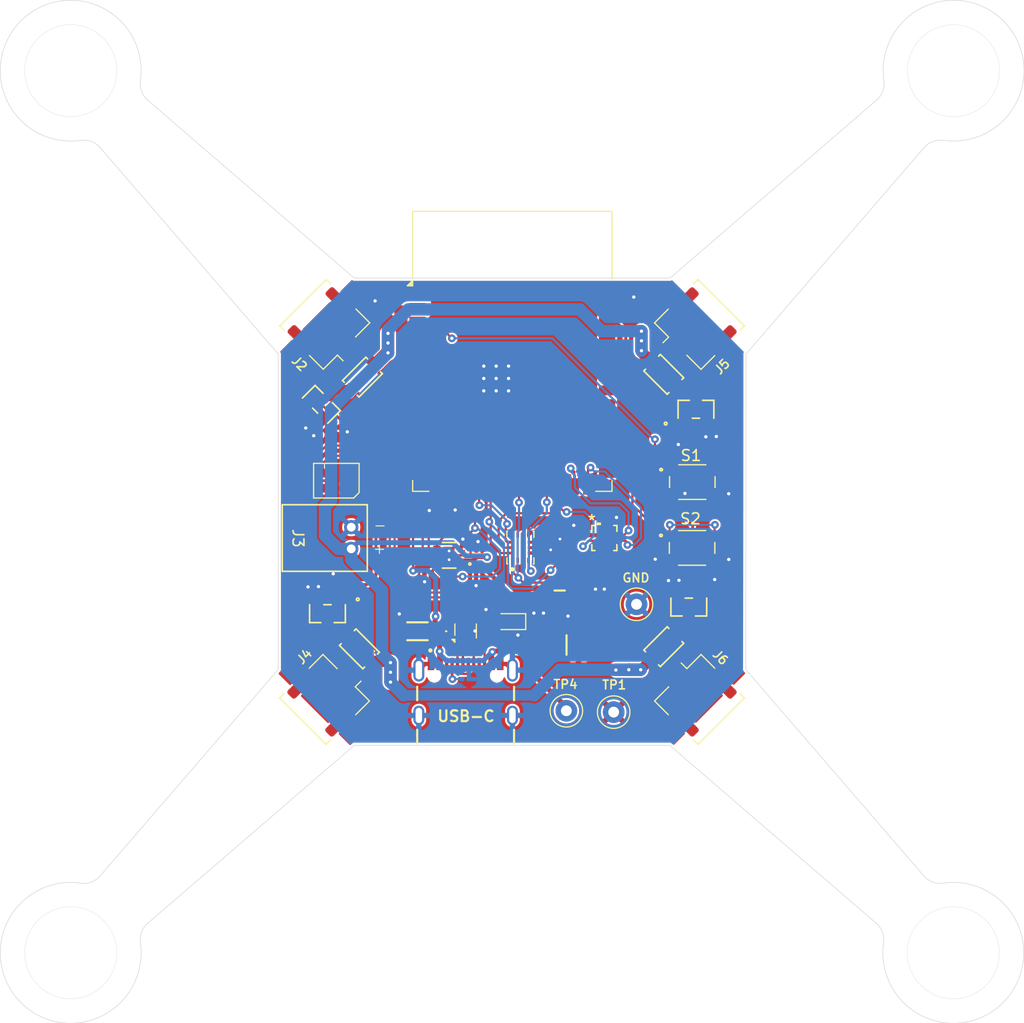
<source format=kicad_pcb>
(kicad_pcb (version 20241229) (generator "pcbnew") (generator_version "9.0")
  (layers (0 "F.Cu" signal) (2 "B.Cu" signal) (13 "F.Paste" user) (15 "B.Paste" user) (5 "F.SilkS" user "F.Silkscreen") (7 "B.SilkS" user "B.Silkscreen") (1 "F.Mask" user) (3 "B.Mask" user) (25 "Edge.Cuts" user))
  (net 0 "")
  (net 1 "GND")
  (net 2 "/ESP32-S3-WROOM/EN")
  (net 3 "+3.3V")
  (net 4 "/ESP32-S3-WROOM/V_ADC")
  (net 5 "+BATT")
  (net 6 "VBUS")
  (net 7 "/Motor1-")
  (net 8 "/Motor2-")
  (net 9 "/Motor4-")
  (net 10 "/Motor3-")
  (net 11 "Net-(D1-BK)")
  (net 12 "Net-(D1-RK)")
  (net 13 "Net-(D1-GK)")
  (net 14 "Net-(D8-A)")
  (net 15 "Net-(IC2-FB)")
  (net 16 "Net-(IC2-PG)")
  (net 17 "/DRIVER1")
  (net 18 "/DRIVER2")
  (net 19 "/DRIVER3")
  (net 20 "/DRIVER4")
  (net 22 "/MOSI")
  (net 25 "/IMU_INT")
  (net 26 "/SCK")
  (net 29 "/IMU_CS")
  (net 30 "/MISO")
  (net 31 "/ESP32-S3-WROOM/LED1")
  (net 32 "/STAT1")
  (net 33 "/STAT2")
  (net 34 "/ESP32-S3-WROOM/LED2")
  (net 35 "/ESP32-S3-WROOM/LED3")
  (net 36 "Net-(U4-TS{slash}MR)")
  (net 37 "Net-(U4-ISET)")
  (net 38 "Net-(U4-ILIM{slash}VSET)")
  (net 39 "/ESP32-S3-WROOM/Boot")
  (net 41 "/USB-")
  (net 43 "/BMP_CS")
  (net 48 "/BMP_INT")
  (net 51 "/USB+")
  (net 52 "/D+")
  (net 53 "/D-")
  (net 54 "/SW")
  (net 55 "/REG")
  (net 56 "Net-(J7-CC2)")
  (net 58 "Net-(J7-CC1)")
  (footprint "LED_SMD:LED_0603_1608Metric" (layer "F.Cu") (at 126.3396 83.0326 180)
    (property "Reference" "D8" (hide yes))
    (property "Value" "LED")
  )
  (footprint "Resistor_SMD:R_0201_0603Metric" (layer "F.Cu") (at 125.5144 84.6583 90)
    (property "Reference" "R5" (hide yes))
    (property "Value" "220R")
  )
  (footprint "battCOnnector:CONN_S2B-PH-K-S_JST" (layer "F.Cu") (at 111.72 74.311 -90)
    (property "Reference" "J3")
    (property "Value" "S2B-PH-K-SLFSN")
  )
  (footprint "ICM_42670_P:XDCR_ICM-42670-P" (layer "F.Cu") (at 127.3321 76.2 90)
    (property "Reference" "MT1" (hide yes))
    (property "Value" "ICM-42670-P")
  )
  (footprint "Resistor_SMD:R_0201_0603Metric" (layer "F.Cu") (at 113.1062 68.961 -90)
    (property "Reference" "R13" (hide yes))
    (property "Value" "120")
  )
  (footprint "Connector_Molex:Molex_CLIK-Mate_502382-0270_1x02-1MP_P1.25mm_Vertical" (layer "F.Cu") (at 109.823088 56.127488 45)
    (property "Reference" "J2")
    (property "Value" "Motor1")
  )
  (footprint "Capacitor_SMD:C_0201_0603Metric" (layer "F.Cu") (at 129.5082 81.0366 -90)
    (property "Reference" "C21" (hide yes))
    (property "Value" "100nF")
  )
  (footprint "BQ2518:WSON10_DLH_TEX" (layer "F.Cu") (at 120.754775 76.9112 180)
    (property "Reference" "U4" (hide yes))
    (property "Value" "BQ25185DLHR")
  )
  (footprint "Resistor_SMD:R_0201_0603Metric" (layer "F.Cu") (at 138.7348 53.3802 90)
    (property "Reference" "R4" (hide yes))
    (property "Value" "50k")
  )
  (footprint "Resistor_SMD:R_0201_0603Metric" (layer "F.Cu") (at 142.2298 65.913 180)
    (property "Reference" "R11" (hide yes))
    (property "Value" "10k")
  )
  (footprint "PMEG10020ELRX:CFP3_SOD123W_NEX" (layer "F.Cu") (at 140.5636 85.344 45)
    (property "Reference" "CR3" (hide yes))
    (property "Value" "PMEG10020ELRX")
  )
  (footprint "Resistor_SMD:R_0201_0603Metric" (layer "F.Cu") (at 110.0836 79.6036 180)
    (property "Reference" "R10" (hide yes))
    (property "Value" "10k")
  )
  (footprint "Capacitor_SMD:C_0201_0603Metric" (layer "F.Cu") (at 128.6192 81.0366 -90)
    (property "Reference" "C22" (hide yes))
    (property "Value" "10uF")
  )
  (footprint "Connector_Molex:Molex_CLIK-Mate_502382-0270_1x02-1MP_P1.25mm_Vertical" (layer "F.Cu") (at 143.309961 56.13586 -45)
    (property "Reference" "J5")
    (property "Value" "Motor3")
  )
  (footprint "TestPoint:TestPoint_Loop_D1.80mm_Drill1.0mm_Beaded" (layer "F.Cu") (at 135.9408 91.3892)
    (property "Reference" "TP1")
    (property "Value" "+3.3V")
  )
  (footprint "PMEG10020ELRX:CFP3_SOD123W_NEX" (layer "F.Cu") (at 112.7506 60.452 -135)
    (property "Reference" "CR1" (hide yes))
    (property "Value" "PMEG10020ELRX")
  )
  (footprint "Resistor_SMD:R_0201_0603Metric" (layer "F.Cu") (at 133.2992 79.6036)
    (property "Reference" "R21" (hide yes))
    (property "Value" "10k")
  )
  (footprint "Capacitor_SMD:C_0201_0603Metric" (layer "F.Cu") (at 133.7486 81.214 90)
    (property "Reference" "C23" (hide yes))
    (property "Value" "100nF")
  )
  (footprint "Capacitor_SMD:C_0201_0603Metric" (layer "F.Cu") (at 129.3368 76.7334 90)
    (property "Reference" "C24" (hide yes))
    (property "Value" "10nF")
  )
  (footprint "Resistor_SMD:R_0201_0603Metric" (layer "F.Cu") (at 133.3754 82.7786)
    (property "Reference" "R19" (hide yes))
    (property "Value" "10k")
  )
  (footprint "LED_SMD:LED_Cree-PLCC4_3.2x2.8mm_CCW" (layer "F.Cu") (at 110.343 70.0166 180)
    (property "Reference" "D1" (hide yes))
    (property "Value" "CLV1L-FKB")
  )
  (footprint "Connector_Molex:Molex_CLIK-Mate_502382-0270_1x02-1MP_P1.25mm_Vertical" (layer "F.Cu") (at 109.797688 89.668513 135)
    (property "Reference" "J4")
    (property "Value" "Motor2")
  )
  (footprint "Resistor_SMD:R_0201_0603Metric" (layer "F.Cu") (at 133.3016 78.6892 180)
    (property "Reference" "R20" (hide yes))
    (property "Value" "45.3k")
  )
  (footprint "Resistor_SMD:R_0201_0603Metric" (layer "F.Cu") (at 118.369275 73.9029 90)
    (property "Reference" "R23" (hide yes))
    (property "Value" "2k")
  )
  (footprint "Resistor_SMD:R_0201_0603Metric" (layer "F.Cu") (at 111.7092 67.691 180)
    (property "Reference" "R8" (hide yes))
    (property "Value" "120")
  )
  (footprint "Capacitor_SMD:C_0201_0603Metric" (layer "F.Cu") (at 123.2662 76.7588 90)
    (property "Reference" "C28" (hide yes))
    (property "Value" "1uF")
  )
  (footprint "SI2302:SOT-23_MCC" (layer "F.Cu") (at 108.966 62.9666 -45)
    (property "Reference" "MOSFET1" (hide yes))
    (property "Value" "SI2302-TP")
  )
  (footprint "Resistor_SMD:R_0201_0603Metric" (layer "F.Cu") (at 139.6746 53.3654 -90)
    (property "Reference" "R3" (hide yes))
    (property "Value" "100k")
  )
  (footprint "SI2302:SOT-23_MCC" (layer "F.Cu") (at 109.5248 82.296 180)
    (property "Reference" "MOSFET2" (hide yes))
    (property "Value" "SI2302-TP")
  )
  (footprint "TPS564252DRLR:SOT50P160X60-6N" (layer "F.Cu") (at 131.7046 81.161)
    (property "Reference" "IC2" (hide yes))
    (property "Value" "TPS564252DRLR" (hide yes))
  )
  (footprint "SMF5.0AQ-TP:SMF50AQTP" (layer "F.Cu") (at 117.8306 83.9216)
    (property "Reference" "D3" (hide yes))
    (property "Value" "SMF5.0AQ-TP" (hide yes))
  )
  (footprint "Capacitor_SMD:C_0201_0603Metric" (layer "F.Cu") (at 129.3368 75.124 -90)
    (property "Reference" "C25" (hide yes))
    (property "Value" "0.1uF")
  )
  (footprint "Resistor_SMD:R_0201_0603Metric" (layer "F.Cu") (at 107.442 68.9712 -90)
    (property "Reference" "R1" (hide yes))
    (property "Value" "120")
  )
  (footprint "BMP390:10LGA_2X2X0p75_BOS" (layer "F.Cu") (at 135.0812 75.311)
    (property "Reference" "U7" (hide yes))
    (property "Value" "BMP390")
  )
  (footprint "Connector_Molex:Molex_CLIK-Mate_502382-0270_1x02-1MP_P1.25mm_Vertical" (layer "F.Cu") (at 143.313313 89.668513 -135)
    (property "Reference" "J6")
    (property "Value" "Motor4")
  )
  (footprint "SKRPACE010:SW_SKRPACE010" (layer "F.Cu") (at 143.1974 70.1466)
    (property "Reference" "S1")
    (property "Value" "SKRPACE010")
  )
  (footprint "Resistor_SMD:R_0201_0603Metric" (layer "F.Cu") (at 144.1196 79.121)
    (property "Reference" "R12" (hide yes))
    (property "Value" "10k")
  )
  (footprint "Capacitor_SMD:C_0201_0603Metric" (layer "F.Cu") (at 130.2258 75.1332 -90)
    (property "Reference" "C26" (hide yes))
    (property "Value" "2.2uF")
  )
  (footprint "Capacitor_SMD:C_0201_0603Metric" (layer "F.Cu") (at 133.108001 74.7014 90)
    (property "Reference" "C31" (hide yes))
    (property "Value" "0.1uF")
  )
  (footprint "Resistor_SMD:R_0201_0603Metric" (layer "F.Cu") (at 124.1552 83.0326 90)
    (property "Reference" "R27" (hide yes))
    (property "Value" "5k1")
  )
  (footprint "Resistor_SMD:R_0201_0603Metric" (layer "F.Cu") (at 120.684925 78.867)
    (property "Reference" "R7" (hide yes))
    (property "Value" "10k")
  )
  (footprint "Capacitor_SMD:C_0201_0603Metric" (layer "F.Cu") (at 135.0772 73.4822)
    (property "Reference" "C32" (hide yes))
    (property "Value" "0.1uF")
  )
  (footprint "Resistor_SMD:R_0201_0603Metric" (layer "F.Cu") (at 117.4242 77.1144 90)
    (property "Reference" "R6" (hide yes))
    (property "Value" "10k")
  )
  (footprint "Capacitor_SMD:C_0201_0603Metric" (layer "F.Cu") (at 134.6376 81.214 90)
    (property "Reference" "C27" (hide yes))
    (property "Value" "47uF")
  )
  (footprint "Resistor_SMD:R_0201_0603Metric" (layer "F.Cu") (at 140.0658 67.564 180)
    (property "Reference" "R2" (hide yes))
    (property "Value" "10k")
  )
  (footprint "Capacitor_SMD:C_0201_0603Metric" (layer "F.Cu") (at 139.743 69.664 -90)
    (property "Reference" "C4" (hide yes))
    (property "Value" "0.1uF")
  )
  (footprint "Capacitor_SMD:C_0201_0603Metric" (layer "F.Cu") (at 115.9002 53.7566 90)
    (property "Reference" "C6" (hide yes))
    (property "Value" "0.1uF")
  )
  (footprint "TestPoint:TestPoint_Loop_D1.80mm_Drill1.0mm_Beaded" (layer "F.Cu") (at 138.049 81.4324)
    (property "Reference" "TP3" (hide yes))
    (property "Value" "GND")
  )
  (footprint "USB4105-GF-A:GCT_USB4105-GF-A" (layer "F.Cu") (at 122.2756 91.694)
    (property "Reference" "J7" (hide yes))
    (property "Value" "USB4105-GF-A")
  )
  (footprint "Resistor_SMD:R_0201_0603Metric" (layer "F.Cu") (at 110.7694 64.8462 -135)
    (property "Reference" "R9" (hide yes))
    (property "Value" "10k")
  )
  (footprint "SKRPACE010:SW_SKRPACE010" (layer "F.Cu") (at 143.178352 76.2254)
    (property "Reference" "S2")
    (property "Value" "SKRPACE010")
  )
  (footprint "Capacitor_SMD:C_0201_0603Metric" (layer "F.Cu") (at 118.4656 78.2574 -90)
    (property "Reference" "C30" (hide yes))
    (property "Value" "1uF")
  )
  (footprint "Resistor_SMD:R_0201_0603Metric" (layer "F.Cu") (at 121.8946 73.9038 90)
    (property "Reference" "R22" (hide yes))
    (property "Value" "10k")
  )
  (footprint "Package_TO_SOT_SMD:SOT-666" (layer "F.Cu") (at 122.2756 83.8962 90)
    (property "Reference" "U2" (hide yes))
    (property "Value" "USBLC6-2P6")
  )
  (footprint "SI2302:SOT-23_MCC" (layer "F.Cu") (at 143.5354 63.4238)
    (property "Reference" "MOSFET3" (hide yes))
    (property "Value" "SI2302-TP")
  )
  (footprint "PMEG10020ELRX:CFP3_SOD123W_NEX" (layer "F.Cu") (at 112.4712 85.5472 135)
    (property "Reference" "CR2" (hide yes))
    (property "Value" "PMEG10020ELRX")
  )
  (footprint "PMEG10020ELRX:CFP3_SOD123W_NEX" (layer "F.Cu") (at 140.5636 60.198 -45)
    (property "Reference" "CR4" (hide yes))
    (property "Value" "PMEG10020ELRX")
  )
  (footprint "Capacitor_SMD:C_0201_0603Metric" (layer "F.Cu") (at 123.2408 78.4352 -90)
    (property "Reference" "C29" (hide yes))
    (property "Value" "10uF")
  )
  (footprint "RF_Module:ESP32-S3-WROOM-1" (layer "F.Cu") (at 126.586 58.048)
    (property "Reference" "U1" (hide yes))
    (property "Value" "ESP32-S3-WROOM-1")
  )
  (footprint "Capacitor_SMD:C_0201_0603Metric" (layer "F.Cu") (at 114.7826 53.7566 90)
    (property "Reference" "C5" (hide yes))
    (property "Value" "22uF")
  )
  (footprint "Capacitor_SMD:C_0201_0603Metric" (layer "F.Cu") (at 137.0076 53.3806 90)
    (property "Reference" "C7" (hide yes))
    (property "Value" "0.1uF")
  )
  (footprint "SRP3212-3R3M-2:INDC2520X100N" (layer "F.Cu") (at 131.5896 85.1916)
    (property "Reference" "L2" (hide yes))
    (property "Value" "3.3uH" (hide yes))
  )
  (footprint "Resistor_SMD:R_0201_0603Metric" (layer "F.Cu") (at 120.7516 73.9038 90)
    (property "Reference" "R25" (hide yes))
    (property "Value" "18k")
  )
  (footprint "SI2302:SOT-23_MCC" (layer "F.Cu") (at 142.875 81.6864 180)
    (property "Reference" "MOSFET4" (hide yes))
    (property "Value" "SI2302-TP")
  )
  (footprint "Resistor_SMD:R_0201_0603Metric" (layer "F.Cu") (at 119.461475 73.9038 90)
    (property "Reference" "R24" (hide yes))
    (property "Value" "13k")
  )
  (footprint "TestPoint:TestPoint_Loop_D1.80mm_Drill1.0mm_Beaded" (layer "F.Cu") (at 131.572 91.2622)
    (property "Reference" "TP4")
    (property "Value" "VBUS")
  )
  (footprint "Resistor_SMD:R_0201_0603Metric" (layer "B.Cu") (at 122.2604 88.3412)
    (property "Reference" "R26" (hide yes))
    (property "Value" "5k1")
  )
  (gr_line (start 104.9782 58.3184) (end 104.9782 87.4522) (stroke (width 0.05)) (layer "Edge.Cuts"))
  (gr_arc (start 166.371342 107.18115) (mid 171.880282 118.2156) (end 160.852574 112.693177) (stroke (width 0.049784)) (layer "Edge.Cuts"))
  (gr_arc (start 163.244669 112.310969) (mid 171.328931 114.922031) (end 163.244669 112.310969) (stroke (width 0.0254)) (layer "Edge.Cuts"))
  (gr_line (start 160.236786 34.8488) (end 141.1478 51.308) (stroke (width 0.049784)) (layer "Edge.Cuts"))
  (gr_line (start 92.899614 110.9218) (end 111.9886 94.4626) (stroke (width 0.049784)) (layer "Edge.Cuts"))
  (gr_line (start 164.592 106.541186) (end 148.1328 87.4522) (stroke (width 0.049784)) (layer "Edge.Cuts"))
  (gr_arc (start 88.519 106.541196) (mid 87.713534 107.083412) (end 86.747625 107.182374) (stroke (width 0.049784)) (layer "Edge.Cuts"))
  (gr_arc (start 81.784078 112.301129) (mid 89.86834 114.912191) (end 81.784078 112.301129) (stroke (width 0.0254)) (layer "Edge.Cuts"))
  (gr_arc (start 160.211396 110.9218) (mid 160.753612 111.727266) (end 160.852574 112.693175) (stroke (width 0.049784)) (layer "Edge.Cuts"))
  (gr_arc (start 86.747464 38.58818) (mid 87.71346 38.687146) (end 88.519 39.229408) (stroke (width 0.049784)) (layer "Edge.Cuts"))
  (gr_arc (start 164.6174 39.229404) (mid 165.422866 38.687188) (end 166.388775 38.588226) (stroke (width 0.049784)) (layer "Edge.Cuts"))
  (gr_arc (start 160.87675 33.069458) (mid 171.9112 27.560518) (end 166.388777 38.588226) (stroke (width 0.049784)) (layer "Edge.Cuts"))
  (gr_line (start 111.9886 94.4626) (end 141.1224 94.4626) (stroke (width 0.05)) (layer "Edge.Cuts"))
  (gr_arc (start 86.739658 38.58945) (mid 81.230718 27.555) (end 92.258426 33.077423) (stroke (width 0.049784)) (layer "Edge.Cuts"))
  (gr_line (start 148.1328 87.4522) (end 148.1582 58.3184) (stroke (width 0.05)) (layer "Edge.Cuts"))
  (gr_line (start 141.1224 94.4626) (end 160.211396 110.921801) (stroke (width 0.049784)) (layer "Edge.Cuts"))
  (gr_line (start 141.1478 51.308) (end 111.9886 51.308) (stroke (width 0.05)) (layer "Edge.Cuts"))
  (gr_line (start 88.519 39.229414) (end 104.9782 58.3184) (stroke (width 0.049784)) (layer "Edge.Cuts"))
  (gr_arc (start 81.782069 30.848569) (mid 89.866331 33.459631) (end 81.782069 30.848569) (stroke (width 0.0254)) (layer "Edge.Cuts"))
  (gr_line (start 104.9782 87.4522) (end 88.518999 106.541196) (stroke (width 0.049784)) (layer "Edge.Cuts"))
  (gr_arc (start 163.26806 30.858409) (mid 171.352322 33.469471) (end 163.26806 30.858409) (stroke (width 0.0254)) (layer "Edge.Cuts"))
  (gr_line (start 148.1582 58.3184) (end 164.617401 39.229404) (stroke (width 0.049784)) (layer "Edge.Cuts"))
  (gr_arc (start 92.899604 34.8488) (mid 92.357388 34.043334) (end 92.258426 33.077425) (stroke (width 0.049784)) (layer "Edge.Cuts"))
  (gr_line (start 111.9886 51.308) (end 92.899604 34.848799) (stroke (width 0.049784)) (layer "Edge.Cuts"))
  (gr_arc (start 92.25838 112.693336) (mid 92.357346 111.72734) (end 92.899608 110.9218) (stroke (width 0.049784)) (layer "Edge.Cuts"))
  (gr_arc (start 160.87802 33.077264) (mid 160.779054 34.04326) (end 160.236792 34.8488) (stroke (width 0.049784)) (layer "Edge.Cuts"))
  (gr_arc (start 92.25965 112.701142) (mid 81.2252 118.210082) (end 86.747623 107.182374) (stroke (width 0.049784)) (layer "Edge.Cuts"))
  (gr_arc (start 166.363536 107.18242) (mid 165.39754 107.083454) (end 164.592 106.541192) (stroke (width 0.049784)) (layer "Edge.Cuts"))
  (gr_text "-\n" (at 113.6904 74.7014 0) (layer "F.SilkS") (effects (font (size 1 1) (thickness 0.1)) (justify left bottom)))
  (gr_text "GND" (at 137.9982 78.994 0) (layer "F.SilkS") (effects (font (size 0.8128 0.8128))))
  (gr_text "USB-C\n" (at 119.5578 92.3544 0) (layer "F.SilkS") (effects (font (size 1 1) (thickness 0.2) (bold yes)) (justify left bottom)))
  (gr_text "+" (at 113.6396 76.8604 0) (layer "F.SilkS") (effects (font (size 1 1) (thickness 0.1)) (justify left bottom)))
  (segment (start 116.5488 52.788) (end 115.9002 53.4366) (width 0.4572) (layer "F.Cu") (net 1))
  (segment (start 131.5466 82.5246) (end 131.7244 82.5246) (width 0.3048) (layer "F.Cu") (net 1))
  (segment (start 145.2372 79.121) (end 145.2626 79.1464) (width 0.2032) (layer "F.Cu") (net 1))
  (segment (start 137.7954 53.0602) (end 137.795 53.0606) (width 0.2032) (layer "F.Cu") (net 1))
  (segment (start 115.9002 53.4366) (end 114.7826 53.4366) (width 0.4572) (layer "F.Cu") (net 1))
  (segment (start 130.9832 75.408) (end 130.527462 75.408) (width 0.381) (layer "F.Cu") (net 1))
  (segment (start 137.1854 53.0606) (end 137.1092 52.9844) (width 0.3048) (layer "F.Cu") (net 1))
  (segment (start 146.5498 77.3004) (end 146.558 77.2922) (width 0.2032) (layer "F.Cu") (net 1))
  (segment (start 137.1092 52.9844) (end 137.0838 52.9844) (width 0.3048) (layer "F.Cu") (net 1))
  (segment (start 129.3071 76.2) (end 129.2854 76.1783) (width 0.3048) (layer "F.Cu") (net 1))
  (segment (start 130.2166 75.444) (end 130.2258 75.4532) (width 0.381) (layer "F.Cu") (net 1))
  (segment (start 130.9878 81.6942) (end 130.9878 81.9404) (width 0.3048) (layer "F.Cu") (net 1))
  (segment (start 135.0812 75.4594) (end 135.0812 74.5236) (width 0.1524) (layer "F.Cu") (net 1))
  (segment (start 125.4756 86.939) (end 126.0206 86.939) (width 0.381) (layer "F.Cu") (net 1))
  (segment (start 121.885075 76.1111) (end 121.885075 75.574525) (width 0.254) (layer "F.Cu") (net 1))
  (segment (start 121.3612 72.7202) (end 121.8946 73.2536) (width 0.2032) (layer "F.Cu") (net 1))
  (segment (start 123.2662 76.4388) (end 123.2662 75.7936) (width 0.381) (layer "F.Cu") (net 1))
  (segment (start 123.2408 79.7052) (end 123.2408 78.7552) (width 0.381) (layer "F.Cu") (net 1))
  (segment (start 110.543126 65.102526) (end 110.543126 65.067822) (width 0.2032) (layer "F.Cu") (net 1))
  (segment (start 119.461475 73.309675) (end 118.9228 72.771) (width 0.2032) (layer "F.Cu") (net 1))
  (segment (start 129.5082 81.3566) (end 128.6192 81.3566) (width 0.381) (layer "F.Cu") (net 1))
  (segment (start 130.2665 75.4125) (end 130.2258 75.4532) (width 0.381) (layer "F.Cu") (net 1))
  (segment (start 118.491 78.6028) (end 118.4656 78.5774) (width 0.381) (layer "F.Cu") (net 1))
  (segment (start 135.581199 73.666199) (end 135.3972 73.4822) (width 0.3048) (layer "F.Cu") (net 1))
  (segment (start 119.461475 73.5838) (end 119.461475 73.309675) (width 0.2032) (layer "F.Cu") (net 1))
  (segment (start 108.79455 79.80045) (end 108.69295 79.80045) (width 0.2032) (layer "F.Cu") (net 1))
  (segment (start 141.9098 66.675) (end 141.9098 65.913) (width 0.2032) (layer "F.Cu") (net 1))
  (segment (start 135.581199 74.5236) (end 135.581199 73.666199) (width 0.3048) (layer "F.Cu") (net 1))
  (segment (start 146.558 71.2216) (end 145.2724 71.2216) (width 0.2032) (layer "F.Cu") (net 1))
  (segment (start 145.253352 77.3004) (end 146.5498 77.3004) (width 0.2032) (layer "F.Cu") (net 1))
  (segment (start 121.8946 73.2536) (end 121.8946 73.5838) (width 0.2032) (layer "F.Cu") (net 1))
  (segment (start 137.0838 52.9844) (end 137.0076 53.0606) (width 0.3048) (layer "F.Cu") (net 1))
  (segment (start 130.527462 75.408) (end 130.522962 75.4125) (width 0.381) (layer "F.Cu") (net 1))
  (segment (start 109.9008 78.613) (end 109.7636 78.7502) (width 0.2032) (layer "F.Cu") (net 1))
  (segment (start 108.6764 64.49445) (end 108.68025 64.4906) (width 0.2032) (layer "F.Cu") (net 1))
  (segment (start 130.9878 81.9404) (end 131.191 82.1436) (width 0.3048) (layer "F.Cu") (net 1))
  (segment (start 128.8325 76.2) (end 128.2446 76.2) (width 0.254) (layer "F.Cu") (net 1))
  (segment (start 138.7348 53.0602) (end 137.7954 53.0602) (width 0.2032) (layer "F.Cu") (net 1))
  (segment (start 127.1016 83.0581) (end 127.1271 83.0326) (width 0.3048) (layer "F.Cu") (net 1))
  (segment (start 121.885075 75.574525) (end 121.8946 75.565) (width 0.254) (layer "F.Cu") (net 1))
  (segment (start 139.7762 77.2668) (end 139.8098 77.3004) (width 0.1778) (layer "F.Cu") (net 1))
  (segment (start 131.191 82.169) (end 131.5466 82.5246) (width 0.3048) (layer "F.Cu") (net 1))
  (segment (start 135.0812 74.5236) (end 135.581199 74.5236) (width 0.2032) (layer "F.Cu") (net 1))
  (segment (start 118.491 79.3496) (end 118.491 78.6028) (width 0.381) (layer "F.Cu") (net 1))
  (segment (start 110.9472 65.5066) (end 110.543126 65.102526) (width 0.2032) (layer "F.Cu") (net 1))
  (segment (start 128.8716 75.7) (end 129.1276 75.444) (width 0.381) (layer "F.Cu") (net 1))
  (segment (start 110.0582 78.613) (end 109.9008 78.613) (width 0.2032) (layer "F.Cu") (net 1))
  (segment (start 129.1276 75.444) (end 130.2166 75.444) (width 0.381) (layer "F.Cu") (net 1))
  (segment (start 134.581201 76.0984) (end 134.581201 75.959399) (width 0.1524) (layer "F.Cu") (net 1))
  (segment (start 132.2578 74.1426) (end 132.4966 74.3814) (width 0.381) (layer "F.Cu") (net 1))
  (segment (start 140.5706 69.984) (end 139.743 69.984) (width 0.1778) (layer "F.Cu") (net 1))
  (segment (start 141.1224 71.2216) (end 141.1224 70.5358) (width 0.1778) (layer "F.Cu") (net 1))
  (segment (start 119.0756 86.939) (end 118.5306 86.939) (width 0.381) (layer "F.Cu") (net 1))
  (segment (start 141.1224 70.5358) (end 140.5706 69.984) (width 0.1778) (layer "F.Cu") (net 1))
  (segment (start 111.3536 65.5066) (end 110.9472 65.5066) (width 0.2032) (layer "F.Cu") (net 1))
  (segment (start 131.191 82.1436) (end 131.191 82.169) (width 0.3048) (layer "F.Cu") (net 1))
  (segment (start 116.1956 83.9216) (end 116.1956 82.3628) (width 0.508) (layer "F.Cu") (net 1))
  (segment (start 118.369275 73.5829) (end 118.369275 73.324525) (width 0.2032) (layer "F.Cu") (net 1))
  (segment (start 120.7516 73.5838) (end 120.7516 73.279) (width 0.2032) (layer "F.Cu") (net 1))
  (segment (start 116.1956 82.3628) (end 116.1542 82.3214) (width 0.508) (layer "F.Cu") (net 1))
  (segment (start 130.522962 75.4125) (end 130.2665 75.4125) (width 0.381) (layer "F.Cu") (net 1))
  (segment (start 113.9394 53.4366) (end 113.919 53.4162) (width 0.4572) (layer "F.Cu") (net 1))
  (segment (start 128.6192 82.2008) (end 128.5748 82.2452) (width 0.3048) (layer "F.Cu") (net 1))
  (segment (start 121.885075 76.1111) (end 121.885075 76.3778) (width 0.254) (layer "F.Cu") (net 1))
  (segment (start 114.7826 53.4366) (end 113.9394 53.4366) (width 0.4572) (layer "F.Cu") (net 1))
  (segment (start 127.1016 84.2772) (end 127.1016 83.0581) (width 0.254) (layer "F.Cu") (net 1))
  (segment (start 134.581201 75.959399) (end 135.0772 75.4634) (width 0.1524) (layer "F.Cu") (net 1))
  (segment (start 117.836 52.788) (end 116.5488 52.788) (width 0.4572) (layer "F.Cu") (net 1))
  (segment (start 130.1116 76.3906) (end 129.3368 76.3906) (width 0.381) (layer "F.Cu") (net 1))
  (segment (start 122.809 83.8962) (end 122.2756 84.4296) (width 0.3048) (layer "F.Cu") (net 1))
  (segment (start 129.4638 82.2452) (end 129.4638 81.401) (width 0.3048) (layer "F.Cu") (net 1))
  (segment (start 128.6192 81.3566) (end 128.6192 82.2008) (width 0.381) (layer "F.Cu") (net 1))
  (segment (start 126.0206 86.939) (end 126.5956 87.514) (width 0.381) (layer "F.Cu") (net 1))
  (segment (start 128.2446 75.7) (end 128.8716 75.7) (width 0.254) (layer "F.Cu") (net 1))
  (segment (start 123.2662 75.7936) (end 123.4186 75.6412) (width 0.381) (layer "F.Cu") (net 1))
  (segment (start 121.3104 72.7202) (end 121.3612 72.7202) (width 0.2032) (layer "F.Cu") (net 1))
  (segment (start 142.5194 71.1962) (end 141.1478 71.1962) (width 0.1778) (layer "F.Cu") (net 1))
  (segment (start 132.4966 74.3814) (end 133.108001 74.3814) (width 0.381) (layer "F.Cu") (net 1))
  (segment (start 141.1478 71.1962) (end 141.1224 71.2216) (width 0.1778) (layer "F.Cu") (net 1))
  (segment (start 137.795 53.0606) (end 137.1854 53.0606) (width 0.381) (layer "F.Cu") (net 1))
  (segment (start 144.4396 79.121) (end 145.2372 79.121) (width 0.2032) (layer "F.Cu") (net 1))
  (segment (start 136.130601 73.4822) (end 135.3972 73.4822) (width 0.381) (layer "F.Cu") (net 1))
  (segment (start 118.5306 86.939) (end 117.9556 87.514) (width 0.381) (layer "F.Cu") (net 1))
  (segment (start 122.2756 84.4296) (end 122.2756 84.8212) (width 0.3048) (layer "F.Cu") (net 1))
  (segment (start 140.735048 77.3004) (end 140.9192 77.484552) (width 0.1778) (layer "F.Cu") (net 1))
  (segment (start 129.2854 76.1783) (end 128.8542 76.1783) (width 0.3048) (layer "F.Cu") (net 1))
  (segment (start 135.6086 53.0606) (end 135.336 52.788) (width 0.3048) (layer "F.Cu") (net 1))
  (segment (start 118.369275 73.324525) (end 118.9228 72.771) (width 0.2032) (layer "F.Cu") (net 1))
  (segment (start 120.7516 73.279) (end 121.3104 72.7202) (width 0.2032) (layer "F.Cu") (net 1))
  (segment (start 129.4638 81.401) (end 129.5082 81.3566) (width 0.3048) (layer "F.Cu") (net 1))
  (segment (start 136.2008 73.412) (end 136.130601 73.4822) (width 0.381) (layer "F.Cu") (net 1))
  (segment (start 139.8098 77.3004) (end 140.735048 77.3004) (width 0.1778) (layer "F.Cu") (net 1))
  (segment (start 130.1242 76.4032) (end 130.1116 76.3906) (width 0.508) (layer "F.Cu") (net 1))
  (segment (start 128.8542 76.1783) (end 128.8325 76.2) (width 0.2032) (layer "F.Cu") (net 1))
  (segment (start 130.9546 81.661) (end 130.9878 81.6942) (width 0.3048) (layer "F.Cu") (net 1))
  (segment (start 137.0076 53.0606) (end 135.6086 53.0606) (width 0.381) (layer "F.Cu") (net 1))
  (segment (start 124.1552 82.7126) (end 124.1552 81.915) (width 0.2032) (layer "F.Cu") (net 1))
  (segment (start 109.7636 78.7502) (end 109.7636 79.6036) (width 0.2032) (layer "F.Cu") (net 1))
  (segment (start 123.1392 83.8962) (end 122.809 83.8962) (width 0.3048) (layer "F.Cu") (net 1))
  (via (at 107.72775 79.82585) (size 0.7112) (drill 0.3048) (layers "F.Cu" "B.Cu") (net 1))
  (via (at 146.558 71.2216) (size 0.7112) (drill 0.3048) (layers "F.Cu" "B.Cu") (net 1))
  (via (at 108.2548 65.8622) (size 0.7112) (drill 0.3048) (layers "F.Cu" "B.Cu") (net 1))
  (via (at 146.558 77.2922) (size 0.7112) (drill 0.3048) (layers "F.Cu" "B.Cu") (net 1))
  (via (at 130.1242 76.4032) (size 0.6096) (drill 0.254) (layers "F.Cu" "B.Cu") (net 1))
  (via (at 131.7244 82.5246) (size 0.7112) (drill 0.3048) (layers "F.Cu" "B.Cu") (net 1))
  (via (at 141.96695 79.21625) (size 0.7112) (drill 0.3048) (layers "F.Cu" "B.Cu") (net 1))
  (via (at 116.1542 82.3214) (size 0.7112) (drill 0.3048) (layers "F.Cu" "B.Cu") (net 1))
  (via (at 108.69295 79.80045) (size 0.7112) (drill 0.3048) (layers "F.Cu" "B.Cu") (net 1))
  (via (at 142.5194 71.1962) (size 0.7112) (drill 0.3048) (layers "F.Cu" "B.Cu") (net 1))
  (via (at 118.9228 72.771) (size 0.7112) (drill 0.3048) (layers "F.Cu" "B.Cu") (net 1))
  (via (at 113.919 53.4162) (size 0.7112) (drill 0.3048) (layers "F.Cu" "B.Cu") (net 1))
  (via (at 145.415 65.9384) (size 0.7112) (drill 0.3048) (layers "F.Cu" "B.Cu") (net 1))
  (via (at 110.0582 78.613) (size 0.7112) (drill 0.3048) (layers "F.Cu" "B.Cu") (net 1))
  (via (at 144.4498 65.9638) (size 0.7112) (drill 0.3048) (layers "F.Cu" "B.Cu") (net 1))
  (via (at 139.7762 77.2668) (size 0.7112) (drill 0.3048) (layers "F.Cu" "B.Cu") (net 1))
  (via (at 120.7516 76.5048) (size 0.6096) (drill 0.254) (layers "F.Cu" "B.Cu") (net 1))
  (via (at 137.795 53.0606) (size 0.7112) (drill 0.3048) (layers "F.Cu" "B.Cu") (net 1))
  (via (at 120.7516 77.3176) (size 0.6096) (drill 0.254) (layers "F.Cu" "B.Cu") (net 1))
  (via (at 129.4638 82.2452) (size 0.7112) (drill 0.3048) (layers "F.Cu" "B.Cu") (net 1))
  (via (at 141.00175 79.24165) (size 0.7112) (drill 0.3048) (layers "F.Cu" "B.Cu") (net 1))
  (via (at 126.238 59.436) (size 0.7112) (drill 0.3048) (layers "F.Cu" "B.Cu") (net 1))
  (via (at 121.3104 72.7202) (size 0.7112) (drill 0.3048) (layers "F.Cu" "B.Cu") (net 1))
  (via (at 134.2644 80.0354) (size 0.7112) (drill 0.3048) (layers "F.Cu" "B.Cu") (net 1))
  (via (at 130.9832 75.408) (size 0.6096) (drill 0.254) (layers "F.Cu" "B.Cu") (net 1))
  (via (at 122.0216 75.4126) (size 0.7112) (drill 0.3048) (layers "F.Cu" "B.Cu") (net 1))
  (via (at 123.1392 83.8962) (size 0.7112) (drill 0.3048) (layers "F.Cu" "B.Cu") (net 1))
  (via (at 123.952 60.579) (size 0.7112) (drill 0.3048) (layers "F.Cu" "B.Cu") (net 1))
  (via (at 136.2008 73.412) (size 0.7112) (drill 0.3048) (layers "F.Cu" "B.Cu") (net 1))
  (via (at 127.1016 84.2772) (size 0.7112) (drill 0.3048) (layers "F.Cu" "B.Cu") (net 1))
  (via (at 145.2626 79.1464) (size 0.7112) (drill 0.3048) (layers "F.Cu" "B.Cu") (net 1))
  (via (at 126.238 61.722) (size 0.7112) (drill 0.3048) (layers "F.Cu" "B.Cu") (net 1))
  (via (at 135.0772 80.0354) (size 0.7112) (drill 0.3048) (layers "F.Cu" "B.Cu") (net 1))
  (via (at 123.952 59.436) (size 0.7112) (drill 0.3048) (layers "F.Cu" "B.Cu") (net 1))
  (via (at 132.2578 74.1426) (size 0.7112) (drill 0.3048) (layers "F.Cu" "B.Cu") (net 1))
  (via (at 118.491 79.3496) (size 0.7112) (drill 0.3048) (layers "F.Cu" "B.Cu") (net 1))
  (via (at 123.952 61.722) (size 0.7112) (drill 0.3048) (layers "F.Cu" "B.Cu") (net 1))
  (via (at 141.9098 66.675) (size 0.7112) (drill 0.3048) (layers "F.Cu" "B.Cu") (net 1))
  (via (at 125.095 60.579) (size 0.7112) (drill 0.3048) (layers "F.Cu" "B.Cu") (net 1))
  (via (at 125.095 61.722) (size 0.7112) (drill 0.3048) (layers "F.Cu" "B.Cu") (net 1))
  (via (at 128.5748 82.2452) (size 0.7112) (drill 0.3048) (layers "F.Cu" "B.Cu") (net 1))
  (via (at 123.4186 75.6412) (size 0.7112) (drill 0.3048) (layers "F.Cu" "B.Cu") (net 1))
  (via (at 126.238 60.579) (size 0.7112) (drill 0.3048) (layers "F.Cu" "B.Cu") (net 1))
  (via (at 111.3536 65.5066) (size 0.7112) (drill 0.3048) (layers "F.Cu" "B.Cu") (net 1))
  (via (at 123.2408 79.7052) (size 0.7112) (drill 0.3048) (layers "F.Cu" "B.Cu") (net 1))
  (via (at 107.5182 65.151) (size 0.7112) (drill 0.3048) (layers "F.Cu" "B.Cu") (net 1))
  (via (at 125.095 59.436) (size 0.7112) (drill 0.3048) (layers "F.Cu" "B.Cu") (net 1))
  (via (at 124.1552 81.915) (size 0.7112) (drill 0.3048) (layers "F.Cu" "B.Cu") (net 1))
  (segment (start 139.7458 67.7926) (end 139.7458 69.3412) (width 0.2032) (layer "F.Cu") (net 2))
  (segment (start 145.2724 69.0716) (end 141.1224 69.0716) (width 0.2032) (layer "F.Cu") (net 2))
  (segment (start 119.463 55.328) (end 117.836 55.328) (width 0.2032) (layer "F.Cu") (net 2))
  (segment (start 121.0056 56.8706) (end 119.463 55.328) (width 0.2032) (layer "F.Cu") (net 2))
  (segment (start 140.8958 69.2982) (end 139.6668 69.2982) (width 0.2032) (layer "F.Cu") (net 2))
  (segment (start 139.7508 67.7876) (end 139.7458 67.7926) (width 0.2032) (layer "F.Cu") (net 2))
  (segment (start 139.7458 69.3412) (end 139.743 69.344) (width 0.2032) (layer "F.Cu") (net 2))
  (segment (start 141.1224 69.0716) (end 140.8958 69.2982) (width 0.2032) (layer "F.Cu") (net 2))
  (segment (start 139.7508 66.1924) (end 139.7508 67.7876) (width 0.2032) (layer "F.Cu") (net 2))
  (via (at 139.7508 66.1924) (size 0.7112) (drill 0.3048) (layers "F.Cu" "B.Cu") (net 2))
  (via (at 121.0056 56.8706) (size 0.7112) (drill 0.3048) (layers "F.Cu" "B.Cu") (net 2))
  (segment (start 139.4714 66.0654) (end 130.2766 56.8706) (width 0.2032) (layer "B.Cu") (net 2))
  (segment (start 139.7508 66.1924) (end 139.6238 66.0654) (width 0.2032) (layer "B.Cu") (net 2))
  (segment (start 139.6238 66.0654) (end 139.4714 66.0654) (width 0.2032) (layer "B.Cu") (net 2))
  (segment (start 130.2766 56.8706) (end 121.0056 56.8706) (width 0.2032) (layer "B.Cu") (net 2))
  (segment (start 116.332 54.0766) (end 115.9002 54.0766) (width 0.4572) (layer "F.Cu") (net 3))
  (segment (start 134.642201 73.4822) (end 134.7572 73.4822) (width 0.2032) (layer "F.Cu") (net 3))
  (segment (start 134.581201 74.5236) (end 134.581201 73.658199) (width 0.3048) (layer "F.Cu") (net 3))
  (segment (start 128.7192 76.7) (end 129.0726 77.0534) (width 0.381) (layer "F.Cu") (net 3))
  (segment (start 129.0726 77.0534) (end 129.3368 77.0534) (width 0.381) (layer "F.Cu") (net 3))
  (segment (start 130.2258 74.8132) (end 130.1806 74.768) (width 0.381) (layer "F.Cu") (net 3))
  (segment (start 128.0821 75.0375) (end 128.3156 74.804) (width 0.3048) (layer "F.Cu") (net 3))
  (segment (start 117.836 54.058) (end 117.8174 54.0766) (width 0.4572) (layer "F.Cu") (net 3))
  (segment (start 129.6776 74.768) (end 129.6416 74.804) (width 0.381) (layer "F.Cu") (net 3))
  (segment (start 116.4488 54.0766) (end 116.332 54.0766) (width 0.4572) (layer "F.Cu") (net 3))
  (segment (start 129.3368 77.0534) (end 129.3266 77.0636) (width 0.381) (layer "F.Cu") (net 3))
  (segment (start 128.7192 76.7) (end 128.2446 76.7) (width 0.3048) (layer "F.Cu") (net 3))
  (segment (start 130.1806 74.768) (end 129.6776 74.768) (width 0.381) (layer "F.Cu") (net 3))
  (segment (start 117.8174 54.0766) (end 116.332 54.0766) (width 0.4572) (layer "F.Cu") (net 3))
  (segment (start 114.7826 54.0766) (end 115.9002 54.0766) (width 0.4572) (layer "F.Cu") (net 3))
  (segment (start 129.6416 74.804) (end 128.3156 74.804) (width 0.381) (layer "F.Cu") (net 3))
  (segment (start 134.2938 75.061) (end 133.147601 75.061) (width 0.381) (layer "F.Cu") (net 3))
  (segment (start 134.581201 73.658199) (end 134.7572 73.4822) (width 0.3048) (layer "F.Cu") (net 3))
  (segment (start 133.147601 75.061) (end 133.108001 75.0214) (width 0.381) (layer "F.Cu") (net 3))
  (segment (start 138.7496 53.6854) (end 138.7348 53.7002) (width 0.2032) (layer "F.Cu") (net 4))
  (segment (start 136.6502 54.058) (end 137.0076 53.7006) (width 0.381) (layer "F.Cu") (net 4))
  (segment (start 139.6746 53.6854) (end 138.7496 53.6854) (width 0.2032) (layer "F.Cu") (net 4))
  (segment (start 138.7348 53.7002) (end 138.714 53.721) (width 0.2032) (layer "F.Cu") (net 4))
  (segment (start 138.714 53.721) (end 137.028 53.721) (width 0.2032) (layer "F.Cu") (net 4))
  (segment (start 137.028 53.721) (end 137.0076 53.7006) (width 0.2032) (layer "F.Cu") (net 4))
  (segment (start 135.336 54.058) (end 136.6502 54.058) (width 0.381) (layer "F.Cu") (net 4))
  (segment (start 137.340134 87.475266) (end 137.3378 87.472932) (width 0.889) (layer "F.Cu") (net 5))
  (segment (start 123.0376 77.3176) (end 121.891425 77.3176) (width 0.2032) (layer "F.Cu") (net 5))
  (segment (start 113.999563 59.203037) (end 113.918033 59.284567) (width 0.635) (layer "F.Cu") (net 5))
  (segment (start 113.104242 58.524758) (end 113.14168 58.524758) (width 0.889) (layer "F.Cu") (net 5))
  (segment (start 139.396167 59.030567) (end 141.353958 57.072776) (width 0.889) (layer "F.Cu") (net 5))
  (segment (start 115.1128 56.4134) (end 115.1128 58.212132) (width 1.143) (layer "F.Cu") (net 5))
  (segment (start 139.396167 59.030567) (end 139.53137 59.030567) (width 0.635) (layer "F.Cu") (net 5))
  (segment (start 138.503866 58.011266) (end 138.503866 56.212534) (width 1.143) (layer "F.Cu") (net 5))
  (segment (start 137.3378 87.472932) (end 136.174068 87.472932) (width 1.143) (layer "F.Cu") (net 5))
  (segment (start 139.6746 53.0454) (end 139.874599 53.0454) (width 0.2032) (layer "F.Cu") (net 5))
  (segment (start 139.874599 53.0454) (end 140.3604 53.531201) (width 0.2032) (layer "F.Cu") (net 5))
  (segment (start 114.299033 86.714633) (end 115.238833 86.714633) (width 1.016) (layer "F.Cu") (net 5))
  (segment (start 115.110466 58.214466) (end 114.988134 58.214466) (width 1.143) (layer "F.Cu") (net 5))
  (segment (start 141.489161 57.072776) (end 141.489161 57.088039) (width 0.635) (layer "F.Cu") (net 5))
  (segment (start 123.0376 77.3176) (end 123.2764 77.0788) (width 0.381) (layer "F.Cu") (net 5))
  (segment (start 111.618488 88.731597) (end 111.621669 88.731597) (width 0.889) (layer "F.Cu") (net 5))
  (segment (start 138.432334 87.475266) (end 137.340134 87.475266) (width 1.143) (layer "F.Cu") (net 5))
  (segment (start 142.0114 56.550537) (end 141.489161 57.072776) (width 0.2032) (layer "F.Cu") (net 5))
  (segment (start 121.891425 77.3176) (end 121.885075 77.31125) (width 0.2032) (layer "F.Cu") (net 5))
  (segment (start 138.503866 58.138266) (end 138.503866 58.011266) (width 0.635) (layer "F.Cu") (net 5))
  (segment (start 113.14168 58.524758) (end 113.819959 59.203037) (width 0.889) (layer "F.Cu") (net 5))
  (segment (start 136.174068 87.472932) (end 136.144 87.503) (width 0.889) (layer "F.Cu") (net 5))
  (segment (start 142.0114 55.9562) (end 142.0114 56.550537) (width 0.2032) (layer "F.Cu") (net 5))
  (segment (start 139.396167 86.511433) (end 138.432334 87.475266) (width 0.889) (layer "F.Cu") (net 5))
  (segment (start 115.1128 58.212132) (end 115.110466 58.214466) (width 1.143) (layer "F.Cu") (net 5))
  (segment (start 111.621669 88.731597) (end 113.638633 86.714633) (width 0.889) (layer "F.Cu") (net 5))
  (segment (start 138.9888 58.6232) (end 138.503866 58.138266) (width 1.016) (layer "F.Cu") (net 5))
  (segment (start 138.503866 56.212534) (end 138.5062 56.2102) (width 0.635) (layer "F.Cu") (net 5))
  (segment (start 114.988134 58.214466) (end 113.999563 59.203037) (width 1.143) (layer "F.Cu") (net 5))
  (segment (start 114.2746 86.6902) (end 113.736324 86.6902) (width 1.016) (layer "F.Cu") (net 5))
  (segment (start 111.643888 57.064404) (end 113.104242 58.524758) (width 0.889) (layer "F.Cu") (net 5))
  (segment (start 140.3604 53.531201) (end 140.3604 54.3052) (width 0.2032) (layer "F.Cu") (net 5))
  (segment (start 141.492513 88.607779) (end 139.396167 86.511433) (width 0.889) (layer "F.Cu") (net 5))
  (segment (start 113.736324 86.6902) (end 113.675262 86.751262) (width 1.016) (layer "F.Cu") (net 5))
  (segment (start 115.238833 86.714633) (end 115.3414 86.8172) (width 0.889) (layer "F.Cu") (net 5))
  (segment (start 114.2746 86.6902) (end 114.299033 86.714633) (width 1.016) (layer "F.Cu") (net 5))
  (segment (start 140.3604 54.3052) (end 142.0114 55.9562) (width 0.2032) (layer "F.Cu") (net 5))
  (segment (start 113.819959 59.203037) (end 113.999563 59.203037) (width 0.889) (layer "F.Cu") (net 5))
  (segment (start 115.3414 88.615932) (end 115.339066 88.618266) (width 0.889) (layer "F.Cu") (net 5))
  (segment (start 123.2764 77.0788) (end 124.2568 77.0788) (width 0.381) (layer "F.Cu") (net 5))
  (segment (start 115.3414 86.8172) (end 115.3414 88.615932) (width 1.143) (layer "F.Cu") (net 5))
  (via (at 115.3414 86.8172) (size 0.7112) (drill 0.3048) (layers "F.Cu" "B.Cu") (net 5))
  (via (at 115.110466 58.214466) (size 0.7112) (drill 0.3048) (layers "F.Cu" "B.Cu") (net 5))
  (via (at 124.2568 77.0788) (size 0.7112) (drill 0.3048) (layers "F.Cu" "B.Cu") (net 5))
  (via (at 137.3378 87.472932) (size 0.7112) (drill 0.3048) (layers "F.Cu" "B.Cu") (net 5))
  (via (at 138.5062 56.2102) (size 0.7112) (drill 0.3048) (layers "F.Cu" "B.Cu") (net 5))
  (via (at 115.3414 87.7062) (size 0.7112) (drill 0.3048) (layers "F.Cu" "B.Cu") (net 5))
  (via (at 115.1128 56.4134) (size 0.7112) (drill 0.3048) (layers "F.Cu" "B.Cu") (net 5))
  (via (at 115.339066 88.618266) (size 0.7112) (drill 0.3048) (layers "F.Cu" "B.Cu") (net 5))
  (via (at 136.144 87.503) (size 0.7112) (drill 0.3048) (layers "F.Cu" "B.Cu") (net 5))
  (via (at 115.1128 57.3024) (size 0.7112) (drill 0.3048) (layers "F.Cu" "B.Cu") (net 5))
  (via (at 138.5062 57.0992) (size 0.7112) (drill 0.3048) (layers "F.Cu" "B.Cu") (net 5))
  (via (at 138.432334 87.475266) (size 0.7112) (drill 0.3048) (layers "F.Cu" "B.Cu") (net 5))
  (via (at 138.503866 58.011266) (size 0.7112) (drill 0.3048) (layers "F.Cu" "B.Cu") (net 5))
  (segment (start 115.3414 86.8172) (end 115.3414 88.6206) (width 1.143) (layer "B.Cu") (net 5))
  (segment (start 111.72 77.303) (end 114.554 80.137) (width 1.143) (layer "B.Cu") (net 5))
  (segment (start 115.1128 58.2168) (end 115.1128 56.4134) (width 1.143) (layer "B.Cu") (net 5))
  (segment (start 130.9624 87.4776) (end 128.6002 89.8398) (width 1.143) (layer "B.Cu") (net 5))
  (segment (start 124.0536 76.962) (end 122.301 76.962) (width 0.4572) (layer "B.Cu") (net 5))
  (segment (start 122.301 76.962) (end 121.081 75.742) (width 0.4572) (layer "B.Cu") (net 5))
  (segment (start 114.554 80.137) (end 114.554 86.0298) (width 1.143) (layer "B.Cu") (net 5))
  (segment (start 115.1128 56.4134) (end 115.1128 56.0832) (width 1.143) (layer "B.Cu") (net 5))
  (segment (start 109.2962 75.0824) (end 109.2962 72.39) (width 1.143) (layer "B.Cu") (net 5))
  (segment (start 111.72 76.311001) (end 110.524801 76.311001) (width 1.143) (layer "B.Cu") (net 5))
  (segment (start 124.1704 77.0788) (end 124.0536 76.962) (width 0.4572) (layer "B.Cu") (net 5))
  (segment (start 115.3414 88.615932) (end 115.339066 88.618266) (width 1.143) (layer "B.Cu") (net 5))
  (segment (start 138.5062 56.2102) (end 138.5062 58.008932) (width 1.143) (layer "B.Cu") (net 5))
  (segment (start 134.8232 56.2102) (end 138.5062 56.2102) (width 1.143) (layer "B.Cu") (net 5))
  (segment (start 115.3414 88.6206) (end 116.5606 89.8398) (width 1.143) (layer "B.Cu") (net 5))
  (segment (start 124.2568 77.0788) (end 124.1704 77.0788) (width 0.4572) (layer "B.Cu") (net 5))
  (segment (start 115.3414 86.8172) (end 115.3414 87.4522) (width 1.143) (layer "B.Cu") (net 5))
  (segment (start 137.3378 87.472932) (end 137.340134 87.475266) (width 1.143) (layer "B.Cu") (net 5))
  (segment (start 114.554 86.0298) (end 115.3414 86.8172) (width 1.143) (layer "B.Cu") (net 5))
  (segment (start 110.524801 76.311001) (end 109.2962 75.0824) (width 1.143) (layer "B.Cu") (net 5))
  (segment (start 138.43 87.4776) (end 130.9624 87.4776) (width 1.143) (layer "B.Cu") (net 5))
  (segment (start 121.081 75.742) (end 112.289001 75.742) (width 0.4572) (layer "B.Cu") (net 5))
  (segment (start 138.5062 58.008932) (end 138.503866 58.011266) (width 1.143) (layer "B.Cu") (net 5))
  (segment (start 115.3414 87.7062) (end 115.3414 88.615932) (width 1.143) (layer "B.Cu") (net 5))
  (segment (start 138.432334 87.475266) (end 138.43 87.4776) (width 1.143) (layer "B.Cu") (net 5))
  (segment (start 116.5606 89.8398) (end 128.6002 89.8398) (width 0.9652) (layer "B.Cu") (net 5))
  (segment (start 132.8166 54.2036) (end 134.8232 56.2102) (width 1.143) (layer "B.Cu") (net 5))
  (segment (start 112.289001 75.742) (end 111.72 76.311001) (width 0.4572) (layer "B.Cu") (net 5))
  (segment (start 116.9924 54.2036) (end 132.8166 54.2036) (width 1.143) (layer "B.Cu") (net 5))
  (segment (start 109.2962 72.39) (end 109.855 71.8312) (width 1.143) (layer "B.Cu") (net 5))
  (segment (start 111.72 76.311001) (end 111.72 77.303) (width 1.143) (layer "B.Cu") (net 5))
  (segment (start 109.855 63.4746) (end 115.1128 58.2168) (width 1.143) (layer "B.Cu") (net 5))
  (segment (start 137.340134 87.475266) (end 138.432334 87.475266) (width 1.143) (layer "B.Cu") (net 5))
  (segment (start 115.1128 56.0832) (end 116.9924 54.2036) (width 1.143) (layer "B.Cu") (net 5))
  (segment (start 109.855 71.8312) (end 109.855 63.4746) (width 1.143) (layer "B.Cu") (net 5))
  (segment (start 118.4656 77.9374) (end 118.9126 77.9374) (width 0.381) (layer "F.Cu") (net 6))
  (segment (start 118.9126 77.9374) (end 119.06785 77.78215) (width 0.381) (layer "F.Cu") (net 6))
  (segment (start 121.92 83.9216) (end 119.4656 83.9216) (width 0.3048) (layer "F.Cu") (net 6))
  (segment (start 124.6756 85.8644) (end 124.6632 85.852) (width 0.254) (layer "F.Cu") (net 6))
  (segment (start 119.8756 86.939) (end 119.8756 85.7758) (width 0.4572) (layer "F.Cu") (net 6))
  (segment (start 119.8756 85.1538) (end 119.4656 84.7438) (width 0.4572) (layer "F.Cu") (net 6))
  (segment (start 120.364925 78.867) (end 120.142 78.867) (width 0.2032) (layer "F.Cu") (net 6))
  (segment (start 124.6756 86.939) (end 124.6756 85.8644) (width 0.4572) (layer "F.Cu") (net 6))
  (segment (start 117.8204 77.9374) (end 117.4242 78.3336) (width 0.381) (layer "F.Cu") (net 6))
  (segment (start 131.3434 90.7034) (end 128.0922 87.4522) (width 0.4572) (layer "F.Cu") (net 6))
  (segment (start 119.4656 82.5914) (end 119.507 82.55) (width 0.4572) (layer "F.Cu") (net 6))
  (segment (start 119.4656 84.7438) (end 119.4656 83.9216) (width 0.4572) (layer "F.Cu") (net 6))
  (segment (start 119.06785 77.78215) (end 119.624475 77.78215) (width 0.381) (layer "F.Cu") (net 6))
  (segment (start 124.7896 85.7504) (end 124.6756 85.8644) (width 0.508) (layer "F.Cu") (net 6))
  (segment (start 117.4242 78.3336) (end 117.4242 77.4344) (width 0.2032) (layer "F.Cu") (net 6))
  (segment (start 124.7648 85.7504) (end 125.1458 85.7504) (width 0.254) (layer "F.Cu") (net 6))
  (segment (start 118.4656 77.9374) (end 117.8204 77.9374) (width 0.381) (layer "F.Cu") (net 6))
  (segment (start 119.4656 83.9216) (end 119.4656 82.5914) (width 0.4572) (layer "F.Cu") (net 6))
  (segment (start 122.2756 83.290426) (end 122.2756 83.566) (width 0.3048) (layer "F.Cu") (net 6))
  (segment (start 122.2756 83.566) (end 121.92 83.9216) (width 0.3048) (layer "F.Cu") (net 6))
  (segment (start 125.5144 85.3818) (end 125.5144 84.9783) (width 0.254) (layer "F.Cu") (net 6))
  (segment (start 128.0922 86.4108) (end 127.4318 85.7504) (width 0.4572) (layer "F.Cu") (net 6))
  (segment (start 120.364925 78.9085) (end 120.364925 78.785125) (width 0.2032) (layer "F.Cu") (net 6))
  (segment (start 120.142 78.867) (end 119.624475 78.349475) (width 0.2032) (layer "F.Cu") (net 6))
  (segment (start 127.4318 85.7504) (end 124.7896 85.7504) (width 0.4572) (layer "F.Cu") (net 6))
  (segment (start 125.1458 85.7504) (end 125.5144 85.3818) (width 0.254) (layer "F.Cu") (net 6))
  (segment (start 122.2756 82.9712) (end 122.2756 83.290426) (width 0.2032) (layer "F.Cu") (net 6))
  (segment (start 119.624475 78.349475) (end 119.624475 77.7113) (width 0.2032) (layer "F.Cu") (net 6))
  (segment (start 128.0922 87.4522) (end 128.0922 86.4108) (width 0.4572) (layer "F.Cu") (net 6))
  (segment (start 119.8756 85.7758) (end 119.8756 85.1538) (width 0.4572) (layer "F.Cu") (net 6))
  (segment (start 124.6756 85.8396) (end 124.7648 85.7504) (width 0.254) (layer "F.Cu") (net 6))
  (via (at 117.4242 78.3336) (size 0.7112) (drill 0.3048) (layers "F.Cu" "B.Cu") (net 6))
  (via (at 119.507 82.55) (size 0.7112) (drill 0.3048) (layers "F.Cu" "B.Cu") (net 6))
  (via (at 119.8756 85.7758) (size 0.7112) (drill 0.3048) (layers "F.Cu" "B.Cu") (net 6))
  (via (at 124.7394 85.8266) (size 0.7112) (drill 0.3048) (layers "F.Cu" "B.Cu") (net 6))
  (segment (start 119.507 79.0448) (end 119.507 82.55) (width 0.4572) (layer "B.Cu") (net 6))
  (segment (start 123.9006 86.6394) (end 124.6756 85.8644) (width 0.4572) (layer "B.Cu") (net 6))
  (segment (start 117.4496 78.3082) (end 118.7704 78.3082) (width 0.4572) (layer "B.Cu") (net 6))
  (segment (start 118.7704 78.3082) (end 119.507 79.0448) (width 0.4572) (layer "B.Cu") (net 6))
  (segment (start 119.8756 85.7758) (end 119.8756 86.0174) (width 0.4572) (layer "B.Cu") (net 6))
  (segment (start 119.888 85.852) (end 119.7991 85.9409) (width 0.254) (layer "B.Cu") (net 6))
  (segment (start 120.4976 86.6394) (end 123.9006 86.6394) (width 0.4572) (layer "B.Cu") (net 6))
  (segment (start 119.8756 86.0174) (end 120.4976 86.6394) (width 0.4572) (layer "B.Cu") (net 6))
  (segment (start 117.4242 78.3336) (end 117.4496 78.3082) (width 0.4572) (layer "B.Cu") (net 6))
  (segment (start 109.68442 62.24818) (end 109.68442 62.196413) (width 0.889) (layer "F.Cu") (net 7))
  (segment (start 110.2868 58.421492) (end 110.760004 57.948288) (width 0.889) (layer "F.Cu") (net 7))
  (segment (start 110.692233 61.594033) (end 110.717633 61.619433) (width 0.889) (layer "F.Cu") (net 7))
  (segment (start 110.2868 61.594033) (end 110.692233 61.594033) (width 0.889) (layer "F.Cu") (net 7))
  (segment (start 110.2868 61.594033) (end 110.2868 58.421492) (width 0.889) (layer "F.Cu") (net 7))
  (segment (start 110.717633 61.619433) (end 111.583167 61.619433) (width 0.889) (layer "F.Cu") (net 7))
  (segment (start 109.68442 62.196413) (end 110.2868 61.594033) (width 0.889) (layer "F.Cu") (net 7))
  (segment (start 110.5662 85.117334) (end 111.303767 84.379767) (width 0.889) (layer "F.Cu") (net 8))
  (segment (start 110.5662 87.679309) (end 110.5662 85.547428) (width 0.889) (layer "F.Cu") (net 8))
  (segment (start 111.303767 84.379767) (end 110.3376 83.4136) (width 0.889) (layer "F.Cu") (net 8))
  (segment (start 110.5662 85.547428) (end 110.543958 85.525186) (width 0.889) (layer "F.Cu") (net 8))
  (segment (start 110.5662 85.13388) (end 110.5662 85.117334) (width 0.889) (layer "F.Cu") (net 8))
  (segment (start 110.3376 83.4136) (end 109.855 83.4136) (width 0.889) (layer "F.Cu") (net 8))
  (segment (start 110.543958 85.156122) (end 110.5662 85.13388) (width 0.889) (layer "F.Cu") (net 8))
  (segment (start 110.543958 85.525186) (end 110.543958 85.156122) (width 0.889) (layer "F.Cu") (net 8))
  (segment (start 110.734604 87.847713) (end 110.5662 87.679309) (width 0.889) (layer "F.Cu") (net 8))
  (segment (start 142.490842 84.95292) (end 142.229874 84.691954) (width 0.889) (layer "F.Cu") (net 9))
  (segment (start 142.490842 87.733268) (end 142.490842 84.95292) (width 0.889) (layer "F.Cu") (net 9))
  (segment (start 142.1638 84.609334) (end 141.731033 84.176567) (width 0.889) (layer "F.Cu") (net 9))
  (segment (start 142.1638 84.625878) (end 142.1638 84.609334) (width 0.889) (layer "F.Cu") (net 9))
  (segment (start 142.229874 84.691954) (end 142.1638 84.625878) (width 0.889) (layer "F.Cu") (net 9))
  (segment (start 142.875 83.6168) (end 142.875 82.7024) (width 0.889) (layer "F.Cu") (net 9))
  (segment (start 141.731033 84.176567) (end 142.315233 84.176567) (width 0.889) (layer "F.Cu") (net 9))
  (segment (start 142.376397 87.847713) (end 142.490842 87.733268) (width 0.889) (layer "F.Cu") (net 9))
  (segment (start 142.315233 84.176567) (end 142.875 83.6168) (width 0.889) (layer "F.Cu") (net 9))
  (segment (start 142.7226 60.373866) (end 141.731033 61.365433) (width 0.889) (layer "F.Cu") (net 10))
  (segment (start 141.731033 61.365433) (end 142.748 62.3824) (width 0.889) (layer "F.Cu") (net 10))
  (segment (start 142.7226 58.306215) (end 142.7226 60.373866) (width 0.889) (layer "F.Cu") (net 10))
  (segment (start 142.748 62.3824) (end 143.1544 62.3824) (width 0.889) (layer "F.Cu") (net 10))
  (segment (start 142.373045 57.95666) (end 142.7226 58.306215) (width 0.889) (layer "F.Cu") (net 10))
  (segment (start 107.8768 70.7166) (end 107.442 70.2818) (width 0.2032) (layer "F.Cu") (net 11))
  (segment (start 107.442 70.2818) (end 107.442 69.2912) (width 0.2032) (layer "F.Cu") (net 11))
  (segment (start 109.093 70.7166) (end 107.8768 70.7166) (width 0.2032) (layer "F.Cu") (net 11))
  (segment (start 111.593 69.3166) (end 113.0706 69.3166) (width 0.2032) (layer "F.Cu") (net 12))
  (segment (start 113.0706 69.3166) (end 113.1062 69.281) (width 0.2032) (layer "F.Cu") (net 12))
  (segment (start 111.247 67.7164) (end 111.2724 67.691) (width 0.2032) (layer "F.Cu") (net 13))
  (segment (start 109.7788 67.7164) (end 111.247 67.7164) (width 0.2032) (layer "F.Cu") (net 13))
  (segment (start 109.286 69.1236) (end 109.093 69.3166) (width 0.2032) (layer "F.Cu") (net 13))
  (segment (start 109.093 68.4022) (end 109.7788 67.7164) (width 0.2032) (layer "F.Cu") (net 13))
  (segment (start 111.2724 67.691) (end 111.3892 67.691) (width 0.2032) (layer "F.Cu") (net 13))
  (segment (start 109.093 69.3166) (end 109.093 68.4022) (width 0.2032) (layer "F.Cu") (net 13))
  (segment (start 125.5144 83.0203) (end 125.5014 83.0073) (width 0.254) (layer "F.Cu") (net 14))
  (segment (start 125.5144 84.3383) (end 125.5144 83.0203) (width 0.254) (layer "F.Cu") (net 14))
  (segment (start 132.4546 80.661) (end 132.5974 80.661) (width 0.2032) (layer "F.Cu") (net 15))
  (segment (start 132.5974 80.661) (end 132.9816 80.2768) (width 0.2032) (layer "F.Cu") (net 15))
  (segment (start 132.9816 80.2768) (end 132.9816 79.502) (width 0.2032) (layer "F.Cu") (net 15))
  (segment (start 132.9816 79.502) (end 132.9816 78.613) (width 0.2032) (layer "F.Cu") (net 15))
  (segment (start 133.0452 82.6516) (end 133.0452 81.7372) (width 0.2032) (layer "F.Cu") (net 16))
  (segment (start 133.0476 82.654) (end 133.0452 82.6516) (width 0.2032) (layer "F.Cu") (net 16))
  (segment (start 133.0476 82.804) (end 133.0476 82.654) (width 0.2032) (layer "F.Cu") (net 16))
  (segment (start 132.969 81.661) (end 132.4546 81.661) (width 0.2032) (layer "F.Cu") (net 16))
  (segment (start 133.0452 81.7372) (end 132.969 81.661) (width 0.2032) (layer "F.Cu") (net 16))
  (segment (start 110.995674 64.619926) (end 110.949526 64.619926) (width 0.2032) (layer "F.Cu") (net 17))
  (segment (start 111.3282 64.2874) (end 111.7346 64.2874) (width 0.254) (layer "F.Cu") (net 17))
  (segment (start 109.6518 63.6524) (end 109.0168 63.0174) (width 0.2032) (layer "F.Cu") (net 17))
  (segment (start 107.579959 63.0174) (end 107.57855 63.015991) (width 0.2032) (layer "F.Cu") (net 17))
  (segment (start 109.0168 63.0174) (end 107.579959 63.0174) (width 0.2032) (layer "F.Cu") (net 17))
  (segment (start 115.57 59.5122) (end 117.2142 57.868) (width 0.254) (layer "F.Cu") (net 17))
  (segment (start 109.982 63.6524) (end 109.6518 63.6524) (width 0.254) (layer "F.Cu") (net 17))
  (segment (start 111.7346 64.2874) (end 115.57 60.452) (width 0.254) (layer "F.Cu") (net 17))
  (segment (start 110.995674 64.619926) (end 111.3282 64.2874) (width 0.254) (layer "F.Cu") (net 17))
  (segment (start 117.2142 57.868) (end 117.836 57.868) (width 0.254) (layer "F.Cu") (net 17))
  (segment (start 115.57 60.452) (end 115.57 59.5122) (width 0.254) (layer "F.Cu") (net 17))
  (segment (start 110.949526 64.619926) (end 109.982 63.6524) (width 0.254) (layer "F.Cu") (net 17))
  (segment (start 113.9952 78.7908) (end 113.9952 68.6054) (width 0.254) (layer "F.Cu") (net 18))
  (segment (start 110.4036 79.6036) (end 113.1824 79.6036) (width 0.254) (layer "F.Cu") (net 18))
  (segment (start 115.8426 66.758) (end 117.836 66.758) (width 0.254) (layer "F.Cu") (net 18))
  (segment (start 110.47095 81.28) (end 110.47095 79.5278) (width 0.254) (layer "F.Cu") (net 18))
  (segment (start 113.1824 79.6036) (end 113.9952 78.7908) (width 0.254) (layer "F.Cu") (net 18))
  (segment (start 113.9952 68.6054) (end 115.8426 66.758) (width 0.254) (layer "F.Cu") (net 18))
  (segment (start 139.827 64.4398) (end 137.0584 61.6712) (width 0.254) (layer "F.Cu") (net 19))
  (segment (start 142.58925 64.4398) (end 139.827 64.4398) (width 0.254) (layer "F.Cu") (net 19))
  (segment (start 135.507 55.499) (end 135.336 55.328) (width 0.254) (layer "F.Cu") (net 19))
  (segment (start 142.5398 65.9892) (end 142.5398 64.48925) (width 0.254) (layer "F.Cu") (net 19))
  (segment (start 136.3218 55.499) (end 135.507 55.499) (width 0.254) (layer "F.Cu") (net 19))
  (segment (start 142.5398 64.48925) (end 142.58925 64.4398) (width 0.2032) (layer "F.Cu") (net 19))
  (segment (start 137.0584 56.2356) (end 136.3218 55.499) (width 0.254) (layer "F.Cu") (net 19))
  (segment (start 137.0584 61.6712) (end 137.0584 56.2356) (width 0.254) (layer "F.Cu") (net 19))
  (segment (start 143.7996 78.4708) (end 143.2306 77.9018) (width 0.254) (layer "F.Cu") (net 20))
  (segment (start 143.2306 74.168) (end 141.8336 72.771) (width 0.254) (layer "F.Cu") (net 20))
  (segment (start 143.7996 80.64885) (end 143.82115 80.6704) (width 0.254) (layer "F.Cu") (net 20))
  (segment (start 138.684 69.5198) (end 137.2616 68.0974) (width 0.254) (layer "F.Cu") (net 20))
  (segment (start 140.2588 72.771) (end 138.684 71.1962) (width 0.254) (layer "F.Cu") (net 20))
  (segment (start 143.7996 79.121) (end 143.7996 80.64885) (width 0.254) (layer "F.Cu") (net 20))
  (segment (start 136.6334 64.218) (end 135.336 64.218) (width 0.254) (layer "F.Cu") (net 20))
  (segment (start 138.684 71.1962) (end 138.684 69.5198) (width 0.254) (layer "F.Cu") (net 20))
  (segment (start 141.8336 72.771) (end 140.2588 72.771) (width 0.254) (layer "F.Cu") (net 20))
  (segment (start 137.2616 68.0974) (end 137.2616 64.8208) (width 0.254) (layer "F.Cu") (net 20))
  (segment (start 137.2362 64.8208) (end 136.6334 64.218) (width 0.254) (layer "F.Cu") (net 20))
  (segment (start 143.2306 77.9018) (end 143.2306 74.168) (width 0.254) (layer "F.Cu") (net 20))
  (segment (start 137.2616 64.8208) (end 137.2362 64.8208) (width 0.254) (layer "F.Cu") (net 20))
  (segment (start 143.7996 79.121) (end 143.7996 78.4708) (width 0.254) (layer "F.Cu") (net 20))
  (segment (start 126.4196 76.7) (end 125.4172 76.7) (width 0.2032) (layer "F.Cu") (net 22))
  (segment (start 135.0812 76.2722) (end 134.3406 77.0128) (width 0.1778) (layer "F.Cu") (net 22))
  (segment (start 125.4172 76.7) (end 124.587 75.8698) (width 0.2032) (layer "F.Cu") (net 22))
  (segment (start 124.587 75.8698) (end 124.587 70.642) (width 0.2032) (layer "F.Cu") (net 22))
  (segment (start 134.3406 77.0128) (end 131.3942 77.0128) (width 0.1778) (layer "F.Cu") (net 22))
  (segment (start 135.0812 76.0984) (end 135.0812 76.2722) (width 0.1778) (layer "F.Cu") (net 22))
  (segment (start 131.3942 77.0128) (end 130.1242 78.2828) (width 0.1778) (layer "F.Cu") (net 22))
  (segment (start 124.587 70.642) (end 124.681 70.548) (width 0.2032) (layer "F.Cu") (net 22))
  (via (at 124.46 73.8124) (size 0.7112) (drill 0.3048) (layers "F.Cu" "B.Cu") (net 22))
  (via (at 130.1242 78.2828) (size 0.7112) (drill 0.3048) (layers "F.Cu" "B.Cu") (net 22))
  (segment (start 130.1242 78.2828) (end 128.4224 79.9846) (width 0.2032) (layer "B.Cu") (net 22))
  (segment (start 126.183396 79.625196) (end 126.183396 75.637396) (width 0.2032) (layer "B.Cu") (net 22))
  (segment (start 124.46 73.914) (end 124.46 73.8124) (width 0.2032) (layer "B.Cu") (net 22))
  (segment (start 128.4224 79.9846) (end 126.5428 79.9846) (width 0.2032) (layer "B.Cu") (net 22))
  (segment (start 126.5428 79.9846) (end 126.183396 79.625196) (width 0.2032) (layer "B.Cu") (net 22))
  (segment (start 126.183396 75.637396) (end 124.46 73.914) (width 0.2032) (layer "B.Cu") (net 22))
  (segment (start 128.0821 77.3625) (end 128.0821 78.2981) (width 0.2032) (layer "F.Cu") (net 25))
  (segment (start 129.7686 70.5556) (end 129.761 70.548) (width 0.2032) (layer "F.Cu") (net 25))
  (segment (start 128.0821 78.2981) (end 128.0922 78.3082) (width 0.2032) (layer "F.Cu") (net 25))
  (segment (start 129.7686 72.009) (end 129.7686 70.5556) (width 0.2032) (layer "F.Cu") (net 25))
  (via (at 128.2954 78.359) (size 0.7112) (drill 0.3048) (layers "F.Cu" "B.Cu") (net 25))
  (via (at 129.7686 72.009) (size 0.7112) (drill 0.3048) (layers "F.Cu" "B.Cu") (net 25))
  (segment (start 128.1176 78.1812) (end 128.1176 74.6506) (width 0.2032) (layer "B.Cu") (net 25))
  (segment (start 129.7686 72.9996) (end 129.7686 72.009) (width 0.2032) (layer "B.Cu") (net 25))
  (segment (start 128.1176 74.6506) (end 129.7686 72.9996) (width 0.2032) (layer "B.Cu") (net 25))
  (segment (start 128.2954 78.359) (end 128.1176 78.1812) (width 0.2032) (layer "B.Cu") (net 25))
  (segment (start 133.620001 75.561) (end 133.108001 76.073) (width 0.2032) (layer "F.Cu") (net 26))
  (segment (start 131.5974 72.898) (end 131.379 72.898) (width 0.2032) (layer "F.Cu") (net 26))
  (segment (start 131.031 72.55) (end 131.031 70.548) (width 0.2032) (layer "F.Cu") (net 26))
  (segment (start 126.4196 76.2) (end 125.81303 76.2) (width 0.2032) (layer "F.Cu") (net 26))
  (segment (start 125.3236 75.71057) (end 125.3236 73.7362) (width 0.2032) (layer "F.Cu") (net 26))
  (segment (start 131.379 72.898) (end 131.031 72.55) (width 0.2032) (layer "F.Cu") (net 26))
  (segment (start 125.81303 76.2) (end 125.3236 75.71057) (width 0.2032) (layer "F.Cu") (net 26))
  (segment (start 134.2938 75.561) (end 133.620001 75.561) (width 0.2032) (layer "F.Cu") (net 26))
  (segment (start 130.556 73.025) (end 131.031 72.55) (width 0.2032) (layer "F.Cu") (net 26))
  (segment (start 126.0348 73.025) (end 130.556 73.025) (width 0.2032) (layer "F.Cu") (net 26))
  (segment (start 125.3236 73.7362) (end 126.0348 73.025) (width 0.2032) (layer "F.Cu") (net 26))
  (via (at 133.108001 76.073) (size 0.7112) (drill 0.3048) (layers "F.Cu" "B.Cu") (net 26))
  (via (at 131.5974 72.898) (size 0.7112) (drill 0.3048) (layers "F.Cu" "B.Cu") (net 26))
  (segment (start 133.108001 76.073) (end 133.158801 76.073) (width 0.2032) (layer "B.Cu") (net 26))
  (segment (start 134.0612 73.7108) (end 133.2484 72.898) (width 0.2032) (layer "B.Cu") (net 26))
  (segment (start 134.073201 73.7108) (end 134.0612 73.7108) (width 0.2032) (layer "B.Cu") (net 26))
  (segment (start 134.073201 75.1332) (end 134.073201 73.7108) (width 0.2032) (layer "B.Cu") (net 26))
  (segment (start 133.158801 76.073) (end 134.085901 75.1459) (width 0.2032) (layer "B.Cu") (net 26))
  (segment (start 133.2484 72.898) (end 131.5974 72.898) (width 0.2032) (layer "B.Cu") (net 26))
  (segment (start 134.085901 75.1459) (end 134.073201 75.1332) (width 0.2032) (layer "B.Cu") (net 26))
  (segment (start 126.0983 74.0029) (end 125.984 74.1172) (width 0.2032) (layer "F.Cu") (net 29))
  (segment (start 125.984 75.565) (end 126.119 75.7) (width 0.2032) (layer "F.Cu") (net 29))
  (segment (start 123.5202 70.6572) (end 123.411 70.548) (width 0.2032) (layer "F.Cu") (net 29))
  (segment (start 126.119 75.7) (end 126.4196 75.7) (width 0.2032) (layer "F.Cu") (net 29))
  (segment (start 125.984 74.1172) (end 125.984 75.565) (width 0.2032) (layer "F.Cu") (net 29))
  (segment (start 123.5202 72.2884) (end 123.5202 70.6572) (width 0.2032) (layer "F.Cu") (net 29))
  (via (at 123.5456 72.2884) (size 0.7112) (drill 0.3048) (layers "F.Cu" "B.Cu") (net 29))
  (via (at 126.0983 74.0029) (size 0.7112) (drill 0.3048) (layers "F.Cu" "B.Cu") (net 29))
  (segment (start 124.6632 72.2884) (end 123.5202 72.2884) (width 0.2032) (layer "B.Cu") (net 29))
  (segment (start 126.0983 73.7235) (end 124.6632 72.2884) (width 0.2032) (layer "B.Cu") (net 29))
  (segment (start 126.0983 74.0029) (end 126.0983 73.7235) (width 0.2032) (layer "B.Cu") (net 29))
  (segment (start 127.1524 78.994) (end 126.5821 78.4237) (width 0.2032) (layer "F.Cu") (net 30))
  (segment (start 130.2258 79.4258) (end 127.5842 79.4258) (width 0.2032) (layer "F.Cu") (net 30))
  (segment (start 132.1562 77.4954) (end 130.2258 79.4258) (width 0.2032) (layer "F.Cu") (net 30))
  (segment (start 127.2032 70.5658) (end 127.221 70.548) (width 0.2032) (layer "F.Cu") (net 30))
  (segment (start 134.606601 77.4954) (end 132.1562 77.4954) (width 0.2032) (layer "F.Cu") (net 30))
  (segment (start 135.581199 76.0984) (end 135.581199 76.520802) (width 0.2032) (layer "F.Cu") (net 30))
  (segment (start 126.5821 78.4237) (end 126.5821 77.3625) (width 0.2032) (layer "F.Cu") (net 30))
  (segment (start 127.5842 79.4258) (end 127.1524 78.994) (width 0.2032) (layer "F.Cu") (net 30))
  (segment (start 127.2032 72.0344) (end 127.2032 70.5658) (width 0.2032) (layer "F.Cu") (net 30))
  (segment (start 135.581199 76.520802) (end 134.606601 77.4954) (width 0.2032) (layer "F.Cu") (net 30))
  (via (at 127.2032 72.0344) (size 0.7112) (drill 0.3048) (layers "F.Cu" "B.Cu") (net 30))
  (via (at 127.1524 78.994) (size 0.7112) (drill 0.3048) (layers "F.Cu" "B.Cu") (net 30))
  (segment (start 127.2032 74.6252) (end 127.2032 72.0344) (width 0.2032) (layer "B.Cu") (net 30))
  (segment (start 127.0762 78.9178) (end 127.0762 74.7522) (width 0.2032) (layer "B.Cu") (net 30))
  (segment (start 127.1524 78.994) (end 127.0762 78.9178) (width 0.2032) (layer "B.Cu") (net 30))
  (segment (start 127.0762 74.7522) (end 127.2032 74.6252) (width 0.2032) (layer "B.Cu") (net 30))
  (segment (start 114.046 63.3984) (end 117.0364 60.408) (width 0.2032) (layer "F.Cu") (net 31))
  (segment (start 107.442 67.8942) (end 107.7722 67.564) (width 0.2032) (layer "F.Cu") (net 31))
  (segment (start 111.5314 66.7766) (end 114.046 64.262) (width 0.2032) (layer "F.Cu") (net 31))
  (segment (start 109.4232 66.7766) (end 111.5314 66.7766) (width 0.2032) (layer "F.Cu") (net 31))
  (segment (start 117.0364 60.408) (end 117.836 60.408) (width 0.2032) (layer "F.Cu") (net 31))
  (segment (start 107.7722 67.564) (end 108.6358 67.564) (width 0.2032) (layer "F.Cu") (net 31))
  (segment (start 114.046 64.262) (end 114.046 63.3984) (width 0.2032) (layer "F.Cu") (net 31))
  (segment (start 107.442 68.6512) (end 107.442 67.8942) (width 0.2032) (layer "F.Cu") (net 31))
  (segment (start 108.6358 67.564) (end 109.4232 66.7766) (width 0.2032) (layer "F.Cu") (net 31))
  (segment (start 118.351188 77.31125) (end 117.834338 76.7944) (width 0.2032) (layer "F.Cu") (net 32))
  (segment (start 117.4242 72.9996) (end 118.4402 71.9836) (width 0.2032) (layer "F.Cu") (net 32))
  (segment (start 119.1768 71.9836) (end 119.6086 71.5518) (width 0.2032) (layer "F.Cu") (net 32))
  (segment (start 117.4242 76.7944) (end 117.4242 72.9996) (width 0.2032) (layer "F.Cu") (net 32))
  (segment (start 119.6086 71.5518) (end 119.601 71.5442) (width 0.2032) (layer "F.Cu") (net 32))
  (segment (start 117.834338 76.7944) (end 117.4242 76.7944) (width 0.2032) (layer "F.Cu") (net 32))
  (segment (start 119.601 71.5442) (end 119.601 70.548) (width 0.2032) (layer "F.Cu") (net 32))
  (segment (start 119.624475 77.31125) (end 118.351188 77.31125) (width 0.2032) (layer "F.Cu") (net 32))
  (segment (start 118.4402 71.9836) (end 119.1768 71.9836) (width 0.2032) (layer "F.Cu") (net 32))
  (segment (start 123.1392 74.3966) (end 123.1392 73.3044) (width 0.2032) (layer "F.Cu") (net 33))
  (segment (start 122.7328 76.7588) (end 122.5804 76.9112) (width 0.2032) (layer "F.Cu") (net 33))
  (segment (start 123.1392 74.3966) (end 122.7328 74.803) (width 0.2032) (layer "F.Cu") (net 33))
  (segment (start 122.141 72.3062) (end 122.141 70.548) (width 0.2032) (layer "F.Cu") (net 33))
  (segment (start 121.004925 78.867) (end 121.9962 78.867) (width 0.2032) (layer "F.Cu") (net 33))
  (segment (start 122.7328 74.803) (end 122.7328 76.7588) (width 0.2032) (layer "F.Cu") (net 33))
  (segment (start 122.5804 76.9112) (end 121.885075 76.9112) (width 0.2032) (layer "F.Cu") (net 33))
  (segment (start 123.1392 73.3044) (end 122.141 72.3062) (width 0.2032) (layer "F.Cu") (net 33))
  (via (at 123.1392 74.3966) (size 0.7112) (drill 0.3048) (layers "F.Cu" "B.Cu") (net 33))
  (via (at 121.9962 78.867) (size 0.7112) (drill 0.3048) (layers "F.Cu" "B.Cu") (net 33))
  (segment (start 123.1392 74.3966) (end 123.2662 74.5236) (width 0.2032) (layer "B.Cu") (net 33))
  (segment (start 123.5202 74.5236) (end 125.4506 76.454) (width 0.2032) (layer "B.Cu") (net 33))
  (segment (start 125.4506 78.1558) (end 124.7394 78.867) (width 0.2032) (layer "B.Cu") (net 33))
  (segment (start 123.2662 74.5236) (end 123.5202 74.5236) (width 0.2032) (layer "B.Cu") (net 33))
  (segment (start 124.7394 78.867) (end 121.9962 78.867) (width 0.2032) (layer "B.Cu") (net 33))
  (segment (start 125.4506 76.454) (end 125.4506 78.1558) (width 0.2032) (layer "B.Cu") (net 33))
  (segment (start 115.0874 63.5762) (end 116.9856 61.678) (width 0.2032) (layer "F.Cu") (net 34))
  (segment (start 112.0394 67.564) (end 112.0394 67.4116) (width 0.2032) (layer "F.Cu") (net 34))
  (segment (start 116.9856 61.678) (end 117.836 61.678) (width 0.2032) (layer "F.Cu") (net 34))
  (segment (start 115.0874 64.3636) (end 115.0874 63.5762) (width 0.2032) (layer "F.Cu") (net 34))
  (segment (start 112.0394 67.4116) (end 115.0874 64.3636) (width 0.2032) (layer "F.Cu") (net 34))
  (segment (start 115.824 65.0494) (end 115.824 64.1604) (width 0.2032) (layer "F.Cu") (net 35))
  (segment (start 117.0364 62.948) (end 117.836 62.948) (width 0.2032) (layer "F.Cu") (net 35))
  (segment (start 113.1062 67.7672) (end 115.824 65.0494) (width 0.2032) (layer "F.Cu") (net 35))
  (segment (start 115.824 64.1604) (end 117.0364 62.948) (width 0.2032) (layer "F.Cu") (net 35))
  (segment (start 113.1062 68.641) (end 113.1062 67.7672) (width 0.2032) (layer "F.Cu") (net 35))
  (segment (start 121.503384 74.838616) (end 121.8946 74.4474) (width 0.2032) (layer "F.Cu") (net 36))
  (segment (start 119.624475 76.1111) (end 119.624475 75.853925) (width 0.2032) (layer "F.Cu") (net 36))
  (segment (start 120.639784 74.838616) (end 121.503384 74.838616) (width 0.2032) (layer "F.Cu") (net 36))
  (segment (start 119.624475 75.853925) (end 120.639784 74.838616) (width 0.2032) (layer "F.Cu") (net 36))
  (segment (start 121.8946 74.4474) (end 121.8946 74.2238) (width 0.2032) (layer "F.Cu") (net 36))
  (segment (start 118.3132 74.278975) (end 118.369275 74.2229) (width 0.2032) (layer "F.Cu") (net 37))
  (segment (start 118.3132 76.5048) (end 118.3132 74.278975) (width 0.2032) (layer "F.Cu") (net 37))
  (segment (start 118.7196 76.9112) (end 118.3132 76.5048) (width 0.2032) (layer "F.Cu") (net 37))
  (segment (start 119.624475 76.9112) (end 118.7196 76.9112) (width 0.2032) (layer "F.Cu") (net 37))
  (segment (start 119.624475 76.51115) (end 119.03075 76.51115) (width 0.2032) (layer "F.Cu") (net 38))
  (segment (start 119.461475 74.518325) (end 119.461475 74.2238) (width 0.2032) (layer "F.Cu") (net 38))
  (segment (start 119.03075 76.51115) (end 118.872 76.3524) (width 0.2032) (layer "F.Cu") (net 38))
  (segment (start 118.872 76.3524) (end 118.872 75.1078) (width 0.2032) (layer "F.Cu") (net 38))
  (segment (start 118.872 75.1078) (end 119.461475 74.518325) (width 0.2032) (layer "F.Cu") (net 38))
  (segment (start 120.7516 74.2238) (end 119.461475 74.2238) (width 0.2032) (layer "F.Cu") (net 38))
  (segment (start 141.103352 75.1504) (end 140.5808 75.1504) (width 0.2032) (layer "F.Cu") (net 39))
  (segment (start 145.253352 75.1504) (end 145.253352 74.126448) (width 0.2032) (layer "F.Cu") (net 39))
  (segment (start 137.668 70.0532) (end 136.9128 69.298) (width 0.2032) (layer "F.Cu") (net 39))
  (segment (start 145.253352 74.126448) (end 145.288 74.0918) (width 0.2032) (layer "F.Cu") (net 39))
  (segment (start 140.5808 75.1504) (end 137.668 72.2376) (width 0.2032) (layer "F.Cu") (net 39))
  (segment (start 141.103352 74.110848) (end 141.1224 74.0918) (width 0.2032) (layer "F.Cu") (net 39))
  (segment (start 136.9128 69.298) (end 135.336 69.298) (width 0.2032) (layer "F.Cu") (net 39))
  (segment (start 137.668 72.2376) (end 137.668 70.0532) (width 0.2032) (layer "F.Cu") (net 39))
  (segment (start 141.103352 75.1504) (end 141.103352 74.110848) (width 0.2032) (layer "F.Cu") (net 39))
  (via (at 141.1224 74.0918) (size 0.7112) (drill 0.3048) (layers "F.Cu" "B.Cu") (net 39))
  (via (at 145.288 74.0918) (size 0.7112) (drill 0.3048) (layers "F.Cu" "B.Cu") (net 39))
  (segment (start 145.288 74.0918) (end 141.1224 74.0918) (width 0.2032) (layer "B.Cu") (net 39))
  (segment (start 122.0506 82.358699) (end 122.0506 82.160598) (width 0.2) (layer "F.Cu") (net 41))
  (segment (start 121.7381 82.671199) (end 122.0506 82.358699) (width 0.2) (layer "F.Cu") (net 41))
  (segment (start 122.0506 82.160598) (end 120.683802 80.7938) (width 0.2) (layer "F.Cu") (net 41))
  (segment (start 120.683802 80.7938) (end 117.150363 80.7938) (width 0.2) (layer "F.Cu") (net 41))
  (segment (start 117.126 68.438) (end 117.536 68.028) (width 0.2) (layer "F.Cu") (net 41))
  (segment (start 115.2688 78.912237) (end 115.2688 69.477402) (width 0.2) (layer "F.Cu") (net 41))
  (segment (start 121.7381 83.0462) (end 121.7381 82.671199) (width 0.2) (layer "F.Cu") (net 41))
  (segment (start 116.308202 68.438) (end 117.126 68.438) (width 0.2) (layer "F.Cu") (net 41))
  (segment (start 115.2688 69.477402) (end 116.308202 68.438) (width 0.2) (layer "F.Cu") (net 41))
  (segment (start 117.536 68.028) (end 117.836 68.028) (width 0.2) (layer "F.Cu") (net 41))
  (segment (start 117.150363 80.7938) (end 115.2688 78.912237) (width 0.2) (layer "F.Cu") (net 41))
  (segment (start 137.2108 75.946) (end 137.2108 75.7428) (width 0.2032) (layer "F.Cu") (net 43))
  (segment (start 133.571 70.548) (end 133.571 69.0448) (width 0.2032) (layer "F.Cu") (net 43))
  (segment (start 133.571 69.0448) (end 133.8072 68.8086) (width 0.2032) (layer "F.Cu") (net 43))
  (segment (start 137.2108 75.7428) (end 137.029 75.561) (width 0.2032) (layer "F.Cu") (net 43))
  (segment (start 137.029 75.561) (end 135.8686 75.561) (width 0.2032) (layer "F.Cu") (net 43))
  (via (at 133.8072 68.8086) (size 0.7112) (drill 0.3048) (layers "F.Cu" "B.Cu") (net 43))
  (via (at 137.2108 75.946) (size 0.7112) (drill 0.3048) (layers "F.Cu" "B.Cu") (net 43))
  (segment (start 133.8072 68.8086) (end 134.1628 69.1642) (width 0.2032) (layer "B.Cu") (net 43))
  (segment (start 134.1628 69.1642) (end 135.1026 69.1642) (width 0.2032) (layer "B.Cu") (net 43))
  (segment (start 135.1026 69.1642) (end 138.4554 72.517) (width 0.2032) (layer "B.Cu") (net 43))
  (segment (start 138.4554 72.517) (end 138.4554 75.311) (width 0.2032) (layer "B.Cu") (net 43))
  (segment (start 138.4554 75.311) (end 137.8204 75.946) (width 0.2032) (layer "B.Cu") (net 43))
  (segment (start 137.8204 75.946) (end 137.2108 75.946) (width 0.2032) (layer "B.Cu") (net 43))
  (segment (start 132.301 69.2074) (end 131.9784 68.8848) (width 0.2032) (layer "F.Cu") (net 48))
  (segment (start 132.301 70.548) (end 132.301 69.2074) (width 0.2032) (layer "F.Cu") (net 48))
  (segment (start 135.8686 75.061) (end 136.8766 75.061) (width 0.2032) (layer "F.Cu") (net 48))
  (segment (start 136.8766 75.061) (end 137.3124 74.6252) (width 0.2032) (layer "F.Cu") (net 48))
  (via (at 131.9784 68.8848) (size 0.7112) (drill 0.3048) (layers "F.Cu" "B.Cu") (net 48))
  (via (at 137.3124 74.6252) (size 0.7112) (drill 0.3048) (layers "F.Cu" "B.Cu") (net 48))
  (segment (start 131.9784 69.1642) (end 132.3594 69.5452) (width 0.2032) (layer "B.Cu") (net 48))
  (segment (start 131.9784 68.8848) (end 131.9784 69.1642) (width 0.2032) (layer "B.Cu") (net 48))
  (segment (start 136.4996 72.1106) (end 137.3124 72.9234) (width 0.2032) (layer "B.Cu") (net 48))
  (segment (start 132.3594 70.6628) (end 133.8072 72.1106) (width 0.2032) (layer "B.Cu") (net 48))
  (segment (start 137.3124 72.9234) (end 137.3124 74.6252) (width 0.2032) (layer "B.Cu") (net 48))
  (segment (start 132.3594 69.5452) (end 132.3594 70.6628) (width 0.2032) (layer "B.Cu") (net 48))
  (segment (start 133.8072 72.1106) (end 136.4996 72.1106) (width 0.2032) (layer "B.Cu") (net 48))
  (segment (start 122.5006 81.974202) (end 120.870198 80.3438) (width 0.2) (layer "F.Cu") (net 51))
  (segment (start 117.336759 80.3438) (end 115.7188 78.725841) (width 0.2) (layer "F.Cu") (net 51))
  (segment (start 122.8131 83.0462) (end 122.8131 82.671199) (width 0.2) (layer "F.Cu") (net 51))
  (segment (start 115.7188 69.663798) (end 116.494598 68.888) (width 0.2) (layer "F.Cu") (net 51))
  (segment (start 122.8131 82.671199) (end 122.5006 82.358699) (width 0.2) (layer "F.Cu") (net 51))
  (segment (start 117.126 68.888) (end 117.536 69.298) (width 0.2) (layer "F.Cu") (net 51))
  (segment (start 115.7188 78.725841) (end 115.7188 69.663798) (width 0.2) (layer "F.Cu") (net 51))
  (segment (start 122.5006 82.358699) (end 122.5006 81.974202) (width 0.2) (layer "F.Cu") (net 51))
  (segment (start 117.536 69.298) (end 117.836 69.298) (width 0.2) (layer "F.Cu") (net 51))
  (segment (start 116.494598 68.888) (end 117.126 68.888) (width 0.2) (layer "F.Cu") (net 51))
  (segment (start 120.870198 80.3438) (end 117.336759 80.3438) (width 0.2) (layer "F.Cu") (net 51))
  (segment (start 123.0256 85.7892) (end 122.8131 85.5767) (width 0.2) (layer "F.Cu") (net 52))
  (segment (start 122.1268 86.0552) (end 123.0256 86.0552) (width 0.2) (layer "F.Cu") (net 52))
  (segment (start 123.0256 86.939) (end 123.0256 86.0552) (width 0.2) (layer "F.Cu") (net 52))
  (segment (start 122.0256 86.939) (end 122.0256 86.1564) (width 0.2) (layer "F.Cu") (net 52))
  (segment (start 123.0256 86.0552) (end 123.0256 85.7892) (width 0.2) (layer "F.Cu") (net 52))
  (segment (start 122.0256 86.1564) (end 122.1268 86.0552) (width 0.2) (layer "F.Cu") (net 52))
  (segment (start 122.8131 85.5767) (end 122.8131 84.7462) (width 0.2) (layer "F.Cu") (net 52))
  (segment (start 122.3518 87.8586) (end 122.5256 87.6848) (width 0.2) (layer "F.Cu") (net 53))
  (segment (start 121.5256 86.939) (end 121.5256 85.8146) (width 0.2) (layer "F.Cu") (net 53))
  (segment (start 121.6914 84.87) (end 121.8152 84.7462) (width 0.2) (layer "F.Cu") (net 53))
  (segment (start 121.6914 87.8586) (end 122.3518 87.8586) (width 0.2) (layer "F.Cu") (net 53))
  (segment (start 122.5256 87.6848) (end 122.5256 86.939) (width 0.2) (layer "F.Cu") (net 53))
  (segment (start 121.6914 85.6488) (end 121.6914 84.87) (width 0.2) (layer "F.Cu") (net 53))
  (segment (start 121.5256 86.939) (end 121.5256 87.6928) (width 0.2) (layer "F.Cu") (net 53))
  (segment (start 121.5256 85.8146) (end 121.6914 85.6488) (width 0.2) (layer "F.Cu") (net 53))
  (segment (start 121.5256 87.6928) (end 121.6914 87.8586) (width 0.2) (layer "F.Cu") (net 53))
  (segment (start 130.9546 81.161) (end 130.3116 81.161) (width 0.254) (layer "F.Cu") (net 54))
  (segment (start 130.1496 81.323) (end 130.1496 81.3816) (width 0.254) (layer "F.Cu") (net 54))
  (segment (start 130.3116 81.161) (end 130.1496 81.323) (width 0.254) (layer "F.Cu") (net 54))
  (segment (start 131.615 80.661) (end 130.9546 80.661) (width 0.1778) (layer "F.Cu") (net 55))
  (segment (start 123.4186 78.1152) (end 123.444 78.0898) (width 0.3048) (layer "F.Cu") (net 55))
  (segment (start 124.02758 78.1152) (end 123.4186 78.1152) (width 0.381) (layer "F.Cu") (net 55))
  (segment (start 131.7942 81.161) (end 131.6973 81.0641) (width 0.1778) (layer "F.Cu") (net 55))
  (segment (start 128.6192 80.7166) (end 126.62898 80.7166) (width 0.381) (layer "F.Cu") (net 55))
  (segment (start 122.9716 78.1152) (end 122.6068 77.7504) (width 0.3048) (layer "F.Cu") (net 55))
  (segment (start 131.6973 81.0641) (end 131.6973 80.7433) (width 0.1778) (layer "F.Cu") (net 55))
  (segment (start 132.4546 81.161) (end 131.7942 81.161) (width 0.1778) (layer "F.Cu") (net 55))
  (segment (start 131.6973 80.7433) (end 131.615 80.661) (width 0.1778) (layer "F.Cu") (net 55))
  (segment (start 122.6068 77.7504) (end 122.5423 77.7504) (width 0.254) (layer "F.Cu") (net 55))
  (segment (start 123.4186 78.1152) (end 122.9716 78.1152) (width 0.381) (layer "F.Cu") (net 55))
  (segment (start 121.897775 77.724) (end 121.885075 77.7113) (width 0.1778) (layer "F.Cu") (net 55))
  (segment (start 126.62898 80.7166) (end 124.02758 78.1152) (width 0.381) (layer "F.Cu") (net 55))
  (segment (start 121.885075 77.7113) (end 122.5423 77.7113) (width 0.2032) (layer "F.Cu") (net 55))
  (segment (start 124.0256 83.4822) (end 124.1552 83.3526) (width 0.2032) (layer "F.Cu") (net 56))
  (segment (start 124.0256 86.939) (end 124.0256 83.4822) (width 0.2032) (layer "F.Cu") (net 56))
  (segment (start 121.0256 86.939) (end 121.0256 88.3104) (width 0.254) (layer "F.Cu") (net 58))
  (segment (start 121.0256 88.3104) (end 121.0564 88.3412) (width 0.254) (layer "F.Cu") (net 58))
  (via (at 121.0564 88.3412) (size 0.7112) (drill 0.3048) (layers "F.Cu" "B.Cu") (net 58))
  (segment (start 121.9404 88.3412) (end 121.0564 88.3412) (width 0.2032) (layer "B.Cu") (net 58))
  (zone (net 3) (net_name "+3.3V") (layer "F.Cu") (priority 1) (connect_pads (clearance 0.1524)) (min_thickness 0.1524) (fill yes (thermal_gap 0.5) (thermal_bridge_width 0.5))
    (polygon (pts (xy 104.9528 58.293) (xy 112.014 51.2318) (xy 140.9954 51.2318) (xy 148.1328 58.3692) (xy 148.1328 87.7824) (xy 141.2748 94.6404) (xy 111.7854 94.6404) (xy 105.0036 87.8586) (xy 105.0036 58.3438)))
  )
  (zone (net 54) (net_name "/SW") (layer "F.Cu") (priority 4) (connect_pads yes (clearance 0.1524)) (min_thickness 0.1524) (fill yes (thermal_gap 0.5) (thermal_bridge_width 0.5))
    (polygon (pts (xy 131.2594 86.4616) (xy 131.2594 83.439) (xy 130.345 82.4484) (xy 130.3196 81.407) (xy 130.2688 81.3816) (xy 130.218002 81.3816) (xy 130.0148 81.3816) (xy 130.0148 83.2866) (xy 129.5068 83.7946) (xy 129.5068 86.4616)))
  )
  (zone (net 1) (net_name "GND") (layer "F.Cu") (priority 6) (connect_pads yes (clearance 0.1524)) (min_thickness 0.25) (fill yes (thermal_gap 0.5) (thermal_bridge_width 0.5))
    (polygon (pts (xy 107.85475 82.13725) (xy 107.82935 82.11185) (xy 107.82935 80.51165) (xy 107.06735 80.51165) (xy 107.06735 79.03845) (xy 109.25175 79.03845) (xy 109.27715 79.06385) (xy 109.27715 82.13725)))
  )
  (zone (net 1) (net_name "GND") (layer "F.Cu") (priority 3) (connect_pads yes (clearance 0.1524)) (min_thickness 0.1524) (fill yes (thermal_gap 0.5) (thermal_bridge_width 0.5))
    (polygon (pts (xy 135.4758 79.121) (xy 135.509 81.1784) (xy 134.9068 81.1886) (xy 133.393 81.1886) (xy 133.3422 81.1378) (xy 133.3422 79.121)))
  )
  (zone (net 1) (net_name "GND") (layer "F.Cu") (priority 6) (connect_pads yes (clearance 0.1524)) (min_thickness 0.25) (fill yes (thermal_gap 0.5) (thermal_bridge_width 0.5))
    (polygon (pts (xy 145.288 63.627) (xy 145.3134 63.6524) (xy 145.3134 65.2526) (xy 146.0754 65.2526) (xy 146.0754 66.7258) (xy 143.891 66.7258) (xy 143.8656 66.7004) (xy 143.8656 63.627)))
  )
  (zone (net 1) (net_name "GND") (layer "F.Cu") (priority 7) (connect_pads yes (clearance 0.1524)) (min_thickness 0.25) (fill yes (thermal_gap 0.5) (thermal_bridge_width 0.5))
    (polygon (pts (xy 108.839 63.1444) (xy 109.9058 64.2112) (xy 108.7882 65.3288) (xy 108.7374 65.3796) (xy 109.1438 65.786) (xy 108.204 66.7258) (xy 106.6292 65.151) (xy 106.7181 65.2399)))
  )
  (zone (net 55) (net_name "/REG") (layer "F.Cu") (priority 5) (connect_pads yes (clearance 0.1524)) (min_thickness 0.1524) (fill yes (thermal_gap 0.5) (thermal_bridge_width 0.5))
    (polygon (pts (xy 129.794 80.899) (xy 129.7178 80.9752) (xy 129.7178 81.0006) (xy 129.7072 81.0112) (xy 128.3462 81.0112) (xy 128.3462 80.391) (xy 131.4958 80.391) (xy 131.4958 80.8482) (xy 131.445 80.899)))
  )
  (zone (net 1) (net_name "GND") (layer "F.Cu") (priority 6) (connect_pads yes (clearance 0.1524)) (min_thickness 0.25) (fill yes (thermal_gap 0.5) (thermal_bridge_width 0.5))
    (polygon (pts (xy 141.12875 81.55305) (xy 141.10335 81.52765) (xy 141.10335 79.92745) (xy 140.34135 79.92745) (xy 140.34135 78.45425) (xy 142.52575 78.45425) (xy 142.55115 78.47965) (xy 142.55115 81.55305)))
  )
  (zone (net 1) (net_name "GND") (layer "B.Cu") (connect_pads (clearance 0.1524)) (min_thickness 0.1524) (fill yes (thermal_gap 0.5) (thermal_bridge_width 0.5))
    (polygon (pts (xy 148.1582 58.3184) (xy 141.1224 51.2826) (xy 112.014 51.2826) (xy 104.9782 58.3184) (xy 104.9782 87.4522) (xy 111.8616 94.615) (xy 141.224 94.615) (xy 148.1582 87.4776) (xy 148.1328 58.3438)))
  )
)
</source>
